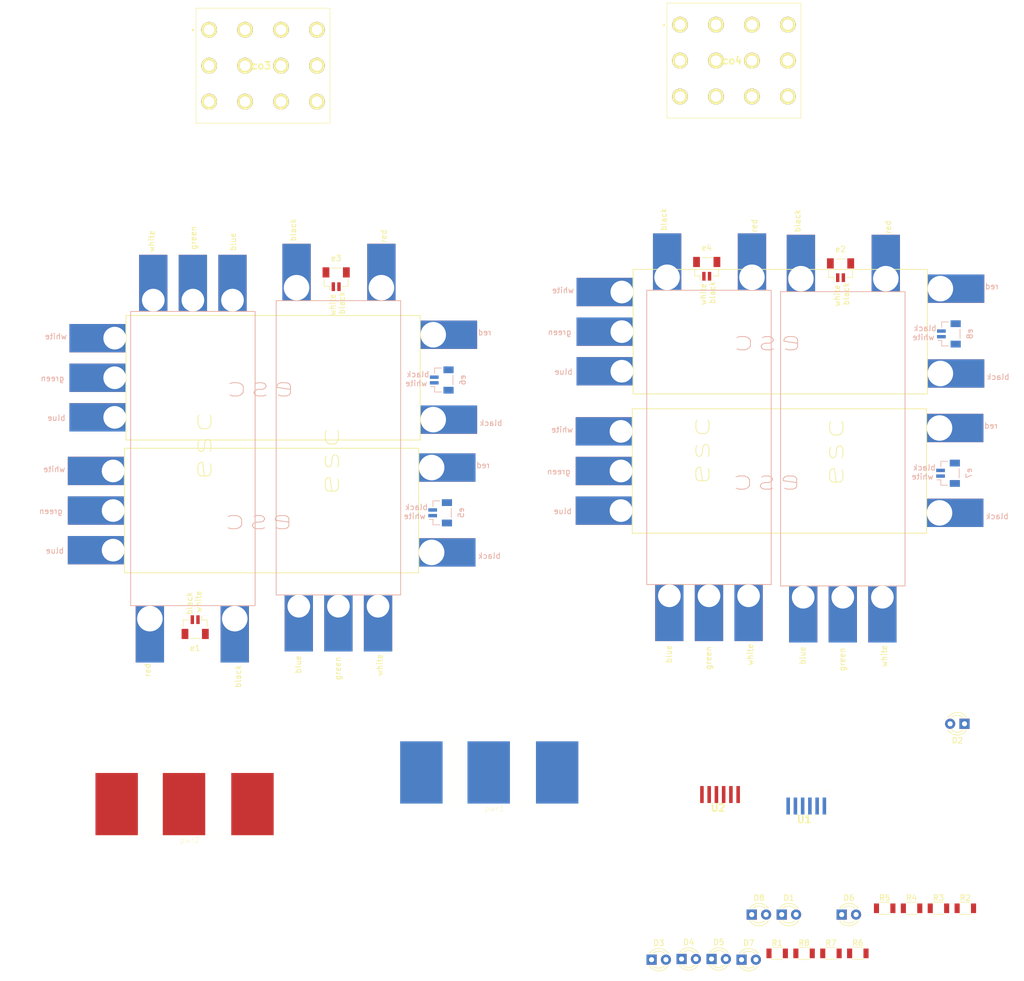
<source format=kicad_pcb>
(kicad_pcb (version 4) (host pcbnew 4.0.7)

  (general
    (links 84)
    (no_connects 84)
    (area 25.75 11.178095 258.35 190.53)
    (thickness 1.6)
    (drawings 0)
    (tracks 0)
    (zones 0)
    (modules 30)
    (nets 47)
  )

  (page A4)
  (layers
    (0 F.Cu signal)
    (31 B.Cu signal)
    (32 B.Adhes user)
    (33 F.Adhes user)
    (34 B.Paste user)
    (35 F.Paste user)
    (36 B.SilkS user)
    (37 F.SilkS user)
    (38 B.Mask user)
    (39 F.Mask user)
    (40 Dwgs.User user)
    (41 Cmts.User user)
    (42 Eco1.User user)
    (43 Eco2.User user)
    (44 Edge.Cuts user)
    (45 Margin user)
    (46 B.CrtYd user)
    (47 F.CrtYd user)
    (48 B.Fab user)
    (49 F.Fab user)
  )

  (setup
    (last_trace_width 0.25)
    (trace_clearance 0.2)
    (zone_clearance 0.508)
    (zone_45_only no)
    (trace_min 0.2)
    (segment_width 0.2)
    (edge_width 0.15)
    (via_size 0.6)
    (via_drill 0.4)
    (via_min_size 0.4)
    (via_min_drill 0.3)
    (uvia_size 0.3)
    (uvia_drill 0.1)
    (uvias_allowed no)
    (uvia_min_size 0.2)
    (uvia_min_drill 0.1)
    (pcb_text_width 0.3)
    (pcb_text_size 1.5 1.5)
    (mod_edge_width 0.15)
    (mod_text_size 1 1)
    (mod_text_width 0.15)
    (pad_size 1.524 1.524)
    (pad_drill 0.762)
    (pad_to_mask_clearance 0.2)
    (aux_axis_origin 0 0)
    (visible_elements 7FFFFFFF)
    (pcbplotparams
      (layerselection 0x00030_80000001)
      (usegerberextensions false)
      (excludeedgelayer true)
      (linewidth 0.100000)
      (plotframeref false)
      (viasonmask false)
      (mode 1)
      (useauxorigin false)
      (hpglpennumber 1)
      (hpglpenspeed 20)
      (hpglpendiameter 15)
      (hpglpenoverlay 2)
      (psnegative false)
      (psa4output false)
      (plotreference true)
      (plotvalue true)
      (plotinvisibletext false)
      (padsonsilk false)
      (subtractmaskfromsilk false)
      (outputformat 1)
      (mirror false)
      (drillshape 1)
      (scaleselection 1)
      (outputdirectory ""))
  )

  (net 0 "")
  (net 1 /b1)
  (net 2 /g1)
  (net 3 /w1)
  (net 4 /b2)
  (net 5 /g2)
  (net 6 /w2)
  (net 7 /b3)
  (net 8 /g3)
  (net 9 /w3)
  (net 10 /b4)
  (net 11 /g4)
  (net 12 /w4)
  (net 13 /b5)
  (net 14 /g5)
  (net 15 /w5)
  (net 16 /b6)
  (net 17 /g6)
  (net 18 /w6)
  (net 19 /b7)
  (net 20 /g7)
  (net 21 /w7)
  (net 22 /b8)
  (net 23 /g8)
  (net 24 /w8)
  (net 25 "Net-(D1-Pad1)")
  (net 26 /VCC)
  (net 27 "Net-(D2-Pad1)")
  (net 28 "Net-(D3-Pad1)")
  (net 29 "Net-(D4-Pad1)")
  (net 30 "Net-(D5-Pad1)")
  (net 31 "Net-(D6-Pad1)")
  (net 32 "Net-(D7-Pad1)")
  (net 33 "Net-(D8-Pad1)")
  (net 34 /spd1)
  (net 35 /ard_gnd)
  (net 36 /GND)
  (net 37 /spd2)
  (net 38 /spd3)
  (net 39 /spd4)
  (net 40 /spd5)
  (net 41 /spd6)
  (net 42 /spd7)
  (net 43 /spd8)
  (net 44 "Net-(U2-Pad3)")
  (net 45 "Net-(U2-Pad4)")
  (net 46 "Net-(U2-Pad5)")

  (net_class Default "This is the default net class."
    (clearance 0.2)
    (trace_width 0.25)
    (via_dia 0.6)
    (via_drill 0.4)
    (uvia_dia 0.3)
    (uvia_drill 0.1)
    (add_net /GND)
    (add_net /VCC)
    (add_net /ard_gnd)
    (add_net /b1)
    (add_net /b2)
    (add_net /b3)
    (add_net /b4)
    (add_net /b5)
    (add_net /b6)
    (add_net /b7)
    (add_net /b8)
    (add_net /g1)
    (add_net /g2)
    (add_net /g3)
    (add_net /g4)
    (add_net /g5)
    (add_net /g6)
    (add_net /g7)
    (add_net /g8)
    (add_net /spd1)
    (add_net /spd2)
    (add_net /spd3)
    (add_net /spd4)
    (add_net /spd5)
    (add_net /spd6)
    (add_net /spd7)
    (add_net /spd8)
    (add_net /w1)
    (add_net /w2)
    (add_net /w3)
    (add_net /w4)
    (add_net /w5)
    (add_net /w6)
    (add_net /w7)
    (add_net /w8)
    (add_net "Net-(D1-Pad1)")
    (add_net "Net-(D2-Pad1)")
    (add_net "Net-(D3-Pad1)")
    (add_net "Net-(D4-Pad1)")
    (add_net "Net-(D5-Pad1)")
    (add_net "Net-(D6-Pad1)")
    (add_net "Net-(D7-Pad1)")
    (add_net "Net-(D8-Pad1)")
    (add_net "Net-(U2-Pad3)")
    (add_net "Net-(U2-Pad4)")
    (add_net "Net-(U2-Pad5)")
  )

  (module "pcb Footprints:4_3connector" (layer F.Cu) (tedit 5C8365B7) (tstamp 5C911CE4)
    (at 109.88 22.15)
    (descr 10-84-4120-2)
    (tags Connector)
    (path /5C82B634)
    (fp_text reference co3 (at 9.192 6.35) (layer F.SilkS)
      (effects (font (size 1.27 1.27) (thickness 0.254)))
    )
    (fp_text value 12_pin_conn (at 9.192 6.35) (layer F.SilkS) hide
      (effects (font (size 1.27 1.27) (thickness 0.254)))
    )
    (fp_line (start -2.31 -3.81) (end 21.36 -3.81) (layer Dwgs.User) (width 0.2))
    (fp_line (start 21.36 -3.81) (end 21.36 16.51) (layer Dwgs.User) (width 0.2))
    (fp_line (start 21.36 16.51) (end -2.31 16.51) (layer Dwgs.User) (width 0.2))
    (fp_line (start -2.31 16.51) (end -2.31 -3.81) (layer Dwgs.User) (width 0.2))
    (fp_line (start -3.475 -4.31) (end 21.86 -4.31) (layer Dwgs.User) (width 0.1))
    (fp_line (start 21.86 -4.31) (end 21.86 17.01) (layer Dwgs.User) (width 0.1))
    (fp_line (start 21.86 17.01) (end -3.475 17.01) (layer Dwgs.User) (width 0.1))
    (fp_line (start -3.475 17.01) (end -3.475 -4.31) (layer Dwgs.User) (width 0.1))
    (fp_line (start -2.31 -3.81) (end 21.36 -3.81) (layer F.SilkS) (width 0.1))
    (fp_line (start 21.36 -3.81) (end 21.36 16.51) (layer F.SilkS) (width 0.1))
    (fp_line (start 21.36 16.51) (end -2.31 16.51) (layer F.SilkS) (width 0.1))
    (fp_line (start -2.31 16.51) (end -2.31 -3.81) (layer F.SilkS) (width 0.1))
    (fp_line (start -2.875 -0.05) (end -2.875 -0.05) (layer F.SilkS) (width 0.2))
    (fp_line (start -2.875 0.15) (end -2.875 0.15) (layer F.SilkS) (width 0.2))
    (fp_arc (start -2.875 0.05) (end -2.875 -0.05) (angle -180) (layer F.SilkS) (width 0.2))
    (fp_arc (start -2.875 0.05) (end -2.875 0.15) (angle -180) (layer F.SilkS) (width 0.2))
    (pad 1 thru_hole circle (at 0 0 90) (size 2.79 2.79) (drill 1.86) (layers *.Cu *.Mask F.SilkS)
      (net 1 /b1))
    (pad 2 thru_hole circle (at 0 6.35 90) (size 2.79 2.79) (drill 1.86) (layers *.Cu *.Mask F.SilkS)
      (net 2 /g1))
    (pad 3 thru_hole circle (at 0 12.7 90) (size 2.79 2.79) (drill 1.86) (layers *.Cu *.Mask F.SilkS)
      (net 3 /w1))
    (pad 4 thru_hole circle (at 6.35 0 90) (size 2.79 2.79) (drill 1.86) (layers *.Cu *.Mask F.SilkS)
      (net 4 /b2))
    (pad 5 thru_hole circle (at 6.35 6.35 90) (size 2.79 2.79) (drill 1.86) (layers *.Cu *.Mask F.SilkS)
      (net 5 /g2))
    (pad 6 thru_hole circle (at 6.35 12.7 90) (size 2.79 2.79) (drill 1.86) (layers *.Cu *.Mask F.SilkS)
      (net 6 /w2))
    (pad 7 thru_hole circle (at 12.7 0 90) (size 2.79 2.79) (drill 1.86) (layers *.Cu *.Mask F.SilkS)
      (net 7 /b3))
    (pad 8 thru_hole circle (at 12.7 6.35 90) (size 2.79 2.79) (drill 1.86) (layers *.Cu *.Mask F.SilkS)
      (net 8 /g3))
    (pad 9 thru_hole circle (at 12.7 12.7 90) (size 2.79 2.79) (drill 1.86) (layers *.Cu *.Mask F.SilkS)
      (net 9 /w3))
    (pad 10 thru_hole circle (at 19.05 0 90) (size 2.79 2.79) (drill 1.86) (layers *.Cu *.Mask F.SilkS)
      (net 10 /b4))
    (pad 11 thru_hole circle (at 19.05 6.35 90) (size 2.79 2.79) (drill 1.86) (layers *.Cu *.Mask F.SilkS)
      (net 11 /g4))
    (pad 12 thru_hole circle (at 19.05 12.7 90) (size 2.79 2.79) (drill 1.86) (layers *.Cu *.Mask F.SilkS)
      (net 12 /w4))
  )

  (module "pcb Footprints:4_3connector" (layer F.Cu) (tedit 5C8365B7) (tstamp 5C911CF4)
    (at 193.11 21.25)
    (descr 10-84-4120-2)
    (tags Connector)
    (path /5C82C907)
    (fp_text reference co4 (at 9.192 6.35) (layer F.SilkS)
      (effects (font (size 1.27 1.27) (thickness 0.254)))
    )
    (fp_text value 12_pin_conn (at 9.192 6.35) (layer F.SilkS) hide
      (effects (font (size 1.27 1.27) (thickness 0.254)))
    )
    (fp_line (start -2.31 -3.81) (end 21.36 -3.81) (layer Dwgs.User) (width 0.2))
    (fp_line (start 21.36 -3.81) (end 21.36 16.51) (layer Dwgs.User) (width 0.2))
    (fp_line (start 21.36 16.51) (end -2.31 16.51) (layer Dwgs.User) (width 0.2))
    (fp_line (start -2.31 16.51) (end -2.31 -3.81) (layer Dwgs.User) (width 0.2))
    (fp_line (start -3.475 -4.31) (end 21.86 -4.31) (layer Dwgs.User) (width 0.1))
    (fp_line (start 21.86 -4.31) (end 21.86 17.01) (layer Dwgs.User) (width 0.1))
    (fp_line (start 21.86 17.01) (end -3.475 17.01) (layer Dwgs.User) (width 0.1))
    (fp_line (start -3.475 17.01) (end -3.475 -4.31) (layer Dwgs.User) (width 0.1))
    (fp_line (start -2.31 -3.81) (end 21.36 -3.81) (layer F.SilkS) (width 0.1))
    (fp_line (start 21.36 -3.81) (end 21.36 16.51) (layer F.SilkS) (width 0.1))
    (fp_line (start 21.36 16.51) (end -2.31 16.51) (layer F.SilkS) (width 0.1))
    (fp_line (start -2.31 16.51) (end -2.31 -3.81) (layer F.SilkS) (width 0.1))
    (fp_line (start -2.875 -0.05) (end -2.875 -0.05) (layer F.SilkS) (width 0.2))
    (fp_line (start -2.875 0.15) (end -2.875 0.15) (layer F.SilkS) (width 0.2))
    (fp_arc (start -2.875 0.05) (end -2.875 -0.05) (angle -180) (layer F.SilkS) (width 0.2))
    (fp_arc (start -2.875 0.05) (end -2.875 0.15) (angle -180) (layer F.SilkS) (width 0.2))
    (pad 1 thru_hole circle (at 0 0 90) (size 2.79 2.79) (drill 1.86) (layers *.Cu *.Mask F.SilkS)
      (net 13 /b5))
    (pad 2 thru_hole circle (at 0 6.35 90) (size 2.79 2.79) (drill 1.86) (layers *.Cu *.Mask F.SilkS)
      (net 14 /g5))
    (pad 3 thru_hole circle (at 0 12.7 90) (size 2.79 2.79) (drill 1.86) (layers *.Cu *.Mask F.SilkS)
      (net 15 /w5))
    (pad 4 thru_hole circle (at 6.35 0 90) (size 2.79 2.79) (drill 1.86) (layers *.Cu *.Mask F.SilkS)
      (net 16 /b6))
    (pad 5 thru_hole circle (at 6.35 6.35 90) (size 2.79 2.79) (drill 1.86) (layers *.Cu *.Mask F.SilkS)
      (net 17 /g6))
    (pad 6 thru_hole circle (at 6.35 12.7 90) (size 2.79 2.79) (drill 1.86) (layers *.Cu *.Mask F.SilkS)
      (net 18 /w6))
    (pad 7 thru_hole circle (at 12.7 0 90) (size 2.79 2.79) (drill 1.86) (layers *.Cu *.Mask F.SilkS)
      (net 19 /b7))
    (pad 8 thru_hole circle (at 12.7 6.35 90) (size 2.79 2.79) (drill 1.86) (layers *.Cu *.Mask F.SilkS)
      (net 20 /g7))
    (pad 9 thru_hole circle (at 12.7 12.7 90) (size 2.79 2.79) (drill 1.86) (layers *.Cu *.Mask F.SilkS)
      (net 21 /w7))
    (pad 10 thru_hole circle (at 19.05 0 90) (size 2.79 2.79) (drill 1.86) (layers *.Cu *.Mask F.SilkS)
      (net 22 /b8))
    (pad 11 thru_hole circle (at 19.05 6.35 90) (size 2.79 2.79) (drill 1.86) (layers *.Cu *.Mask F.SilkS)
      (net 23 /g8))
    (pad 12 thru_hole circle (at 19.05 12.7 90) (size 2.79 2.79) (drill 1.86) (layers *.Cu *.Mask F.SilkS)
      (net 24 /w8))
  )

  (module LEDs:LED_D3.0mm (layer F.Cu) (tedit 587A3A7B) (tstamp 5C911CFA)
    (at 211.075001 178.525)
    (descr "LED, diameter 3.0mm, 2 pins")
    (tags "LED diameter 3.0mm 2 pins")
    (path /5C8230F1)
    (fp_text reference D1 (at 1.27 -2.96) (layer F.SilkS)
      (effects (font (size 1 1) (thickness 0.15)))
    )
    (fp_text value LED (at 1.27 2.96) (layer F.Fab)
      (effects (font (size 1 1) (thickness 0.15)))
    )
    (fp_arc (start 1.27 0) (end -0.23 -1.16619) (angle 284.3) (layer F.Fab) (width 0.1))
    (fp_arc (start 1.27 0) (end -0.29 -1.235516) (angle 108.8) (layer F.SilkS) (width 0.12))
    (fp_arc (start 1.27 0) (end -0.29 1.235516) (angle -108.8) (layer F.SilkS) (width 0.12))
    (fp_arc (start 1.27 0) (end 0.229039 -1.08) (angle 87.9) (layer F.SilkS) (width 0.12))
    (fp_arc (start 1.27 0) (end 0.229039 1.08) (angle -87.9) (layer F.SilkS) (width 0.12))
    (fp_circle (center 1.27 0) (end 2.77 0) (layer F.Fab) (width 0.1))
    (fp_line (start -0.23 -1.16619) (end -0.23 1.16619) (layer F.Fab) (width 0.1))
    (fp_line (start -0.29 -1.236) (end -0.29 -1.08) (layer F.SilkS) (width 0.12))
    (fp_line (start -0.29 1.08) (end -0.29 1.236) (layer F.SilkS) (width 0.12))
    (fp_line (start -1.15 -2.25) (end -1.15 2.25) (layer F.CrtYd) (width 0.05))
    (fp_line (start -1.15 2.25) (end 3.7 2.25) (layer F.CrtYd) (width 0.05))
    (fp_line (start 3.7 2.25) (end 3.7 -2.25) (layer F.CrtYd) (width 0.05))
    (fp_line (start 3.7 -2.25) (end -1.15 -2.25) (layer F.CrtYd) (width 0.05))
    (pad 1 thru_hole rect (at 0 0) (size 1.8 1.8) (drill 0.9) (layers *.Cu *.Mask)
      (net 25 "Net-(D1-Pad1)"))
    (pad 2 thru_hole circle (at 2.54 0) (size 1.8 1.8) (drill 0.9) (layers *.Cu *.Mask)
      (net 26 /VCC))
    (model ${KISYS3DMOD}/LEDs.3dshapes/LED_D3.0mm.wrl
      (at (xyz 0 0 0))
      (scale (xyz 0.393701 0.393701 0.393701))
      (rotate (xyz 0 0 0))
    )
  )

  (module LEDs:LED_D3.0mm (layer F.Cu) (tedit 587A3A7B) (tstamp 5C911D00)
    (at 243.38 144.81 180)
    (descr "LED, diameter 3.0mm, 2 pins")
    (tags "LED diameter 3.0mm 2 pins")
    (path /5C824FCD)
    (fp_text reference D2 (at 1.27 -2.96 180) (layer F.SilkS)
      (effects (font (size 1 1) (thickness 0.15)))
    )
    (fp_text value LED (at 1.27 2.96 180) (layer F.Fab)
      (effects (font (size 1 1) (thickness 0.15)))
    )
    (fp_arc (start 1.27 0) (end -0.23 -1.16619) (angle 284.3) (layer F.Fab) (width 0.1))
    (fp_arc (start 1.27 0) (end -0.29 -1.235516) (angle 108.8) (layer F.SilkS) (width 0.12))
    (fp_arc (start 1.27 0) (end -0.29 1.235516) (angle -108.8) (layer F.SilkS) (width 0.12))
    (fp_arc (start 1.27 0) (end 0.229039 -1.08) (angle 87.9) (layer F.SilkS) (width 0.12))
    (fp_arc (start 1.27 0) (end 0.229039 1.08) (angle -87.9) (layer F.SilkS) (width 0.12))
    (fp_circle (center 1.27 0) (end 2.77 0) (layer F.Fab) (width 0.1))
    (fp_line (start -0.23 -1.16619) (end -0.23 1.16619) (layer F.Fab) (width 0.1))
    (fp_line (start -0.29 -1.236) (end -0.29 -1.08) (layer F.SilkS) (width 0.12))
    (fp_line (start -0.29 1.08) (end -0.29 1.236) (layer F.SilkS) (width 0.12))
    (fp_line (start -1.15 -2.25) (end -1.15 2.25) (layer F.CrtYd) (width 0.05))
    (fp_line (start -1.15 2.25) (end 3.7 2.25) (layer F.CrtYd) (width 0.05))
    (fp_line (start 3.7 2.25) (end 3.7 -2.25) (layer F.CrtYd) (width 0.05))
    (fp_line (start 3.7 -2.25) (end -1.15 -2.25) (layer F.CrtYd) (width 0.05))
    (pad 1 thru_hole rect (at 0 0 180) (size 1.8 1.8) (drill 0.9) (layers *.Cu *.Mask)
      (net 27 "Net-(D2-Pad1)"))
    (pad 2 thru_hole circle (at 2.54 0 180) (size 1.8 1.8) (drill 0.9) (layers *.Cu *.Mask)
      (net 26 /VCC))
    (model ${KISYS3DMOD}/LEDs.3dshapes/LED_D3.0mm.wrl
      (at (xyz 0 0 0))
      (scale (xyz 0.393701 0.393701 0.393701))
      (rotate (xyz 0 0 0))
    )
  )

  (module LEDs:LED_D3.0mm (layer F.Cu) (tedit 587A3A7B) (tstamp 5C911D06)
    (at 188.075001 186.495)
    (descr "LED, diameter 3.0mm, 2 pins")
    (tags "LED diameter 3.0mm 2 pins")
    (path /5C8251CA)
    (fp_text reference D3 (at 1.27 -2.96) (layer F.SilkS)
      (effects (font (size 1 1) (thickness 0.15)))
    )
    (fp_text value LED (at 1.27 2.96) (layer F.Fab)
      (effects (font (size 1 1) (thickness 0.15)))
    )
    (fp_arc (start 1.27 0) (end -0.23 -1.16619) (angle 284.3) (layer F.Fab) (width 0.1))
    (fp_arc (start 1.27 0) (end -0.29 -1.235516) (angle 108.8) (layer F.SilkS) (width 0.12))
    (fp_arc (start 1.27 0) (end -0.29 1.235516) (angle -108.8) (layer F.SilkS) (width 0.12))
    (fp_arc (start 1.27 0) (end 0.229039 -1.08) (angle 87.9) (layer F.SilkS) (width 0.12))
    (fp_arc (start 1.27 0) (end 0.229039 1.08) (angle -87.9) (layer F.SilkS) (width 0.12))
    (fp_circle (center 1.27 0) (end 2.77 0) (layer F.Fab) (width 0.1))
    (fp_line (start -0.23 -1.16619) (end -0.23 1.16619) (layer F.Fab) (width 0.1))
    (fp_line (start -0.29 -1.236) (end -0.29 -1.08) (layer F.SilkS) (width 0.12))
    (fp_line (start -0.29 1.08) (end -0.29 1.236) (layer F.SilkS) (width 0.12))
    (fp_line (start -1.15 -2.25) (end -1.15 2.25) (layer F.CrtYd) (width 0.05))
    (fp_line (start -1.15 2.25) (end 3.7 2.25) (layer F.CrtYd) (width 0.05))
    (fp_line (start 3.7 2.25) (end 3.7 -2.25) (layer F.CrtYd) (width 0.05))
    (fp_line (start 3.7 -2.25) (end -1.15 -2.25) (layer F.CrtYd) (width 0.05))
    (pad 1 thru_hole rect (at 0 0) (size 1.8 1.8) (drill 0.9) (layers *.Cu *.Mask)
      (net 28 "Net-(D3-Pad1)"))
    (pad 2 thru_hole circle (at 2.54 0) (size 1.8 1.8) (drill 0.9) (layers *.Cu *.Mask)
      (net 26 /VCC))
    (model ${KISYS3DMOD}/LEDs.3dshapes/LED_D3.0mm.wrl
      (at (xyz 0 0 0))
      (scale (xyz 0.393701 0.393701 0.393701))
      (rotate (xyz 0 0 0))
    )
  )

  (module LEDs:LED_D3.0mm (layer F.Cu) (tedit 587A3A7B) (tstamp 5C911D0C)
    (at 193.375001 186.375)
    (descr "LED, diameter 3.0mm, 2 pins")
    (tags "LED diameter 3.0mm 2 pins")
    (path /5C8251F2)
    (fp_text reference D4 (at 1.27 -2.96) (layer F.SilkS)
      (effects (font (size 1 1) (thickness 0.15)))
    )
    (fp_text value LED (at 1.27 2.96) (layer F.Fab)
      (effects (font (size 1 1) (thickness 0.15)))
    )
    (fp_arc (start 1.27 0) (end -0.23 -1.16619) (angle 284.3) (layer F.Fab) (width 0.1))
    (fp_arc (start 1.27 0) (end -0.29 -1.235516) (angle 108.8) (layer F.SilkS) (width 0.12))
    (fp_arc (start 1.27 0) (end -0.29 1.235516) (angle -108.8) (layer F.SilkS) (width 0.12))
    (fp_arc (start 1.27 0) (end 0.229039 -1.08) (angle 87.9) (layer F.SilkS) (width 0.12))
    (fp_arc (start 1.27 0) (end 0.229039 1.08) (angle -87.9) (layer F.SilkS) (width 0.12))
    (fp_circle (center 1.27 0) (end 2.77 0) (layer F.Fab) (width 0.1))
    (fp_line (start -0.23 -1.16619) (end -0.23 1.16619) (layer F.Fab) (width 0.1))
    (fp_line (start -0.29 -1.236) (end -0.29 -1.08) (layer F.SilkS) (width 0.12))
    (fp_line (start -0.29 1.08) (end -0.29 1.236) (layer F.SilkS) (width 0.12))
    (fp_line (start -1.15 -2.25) (end -1.15 2.25) (layer F.CrtYd) (width 0.05))
    (fp_line (start -1.15 2.25) (end 3.7 2.25) (layer F.CrtYd) (width 0.05))
    (fp_line (start 3.7 2.25) (end 3.7 -2.25) (layer F.CrtYd) (width 0.05))
    (fp_line (start 3.7 -2.25) (end -1.15 -2.25) (layer F.CrtYd) (width 0.05))
    (pad 1 thru_hole rect (at 0 0) (size 1.8 1.8) (drill 0.9) (layers *.Cu *.Mask)
      (net 29 "Net-(D4-Pad1)"))
    (pad 2 thru_hole circle (at 2.54 0) (size 1.8 1.8) (drill 0.9) (layers *.Cu *.Mask)
      (net 26 /VCC))
    (model ${KISYS3DMOD}/LEDs.3dshapes/LED_D3.0mm.wrl
      (at (xyz 0 0 0))
      (scale (xyz 0.393701 0.393701 0.393701))
      (rotate (xyz 0 0 0))
    )
  )

  (module LEDs:LED_D3.0mm (layer F.Cu) (tedit 587A3A7B) (tstamp 5C911D12)
    (at 198.675001 186.375)
    (descr "LED, diameter 3.0mm, 2 pins")
    (tags "LED diameter 3.0mm 2 pins")
    (path /5C8253E0)
    (fp_text reference D5 (at 1.27 -2.96) (layer F.SilkS)
      (effects (font (size 1 1) (thickness 0.15)))
    )
    (fp_text value LED (at 1.27 2.96) (layer F.Fab)
      (effects (font (size 1 1) (thickness 0.15)))
    )
    (fp_arc (start 1.27 0) (end -0.23 -1.16619) (angle 284.3) (layer F.Fab) (width 0.1))
    (fp_arc (start 1.27 0) (end -0.29 -1.235516) (angle 108.8) (layer F.SilkS) (width 0.12))
    (fp_arc (start 1.27 0) (end -0.29 1.235516) (angle -108.8) (layer F.SilkS) (width 0.12))
    (fp_arc (start 1.27 0) (end 0.229039 -1.08) (angle 87.9) (layer F.SilkS) (width 0.12))
    (fp_arc (start 1.27 0) (end 0.229039 1.08) (angle -87.9) (layer F.SilkS) (width 0.12))
    (fp_circle (center 1.27 0) (end 2.77 0) (layer F.Fab) (width 0.1))
    (fp_line (start -0.23 -1.16619) (end -0.23 1.16619) (layer F.Fab) (width 0.1))
    (fp_line (start -0.29 -1.236) (end -0.29 -1.08) (layer F.SilkS) (width 0.12))
    (fp_line (start -0.29 1.08) (end -0.29 1.236) (layer F.SilkS) (width 0.12))
    (fp_line (start -1.15 -2.25) (end -1.15 2.25) (layer F.CrtYd) (width 0.05))
    (fp_line (start -1.15 2.25) (end 3.7 2.25) (layer F.CrtYd) (width 0.05))
    (fp_line (start 3.7 2.25) (end 3.7 -2.25) (layer F.CrtYd) (width 0.05))
    (fp_line (start 3.7 -2.25) (end -1.15 -2.25) (layer F.CrtYd) (width 0.05))
    (pad 1 thru_hole rect (at 0 0) (size 1.8 1.8) (drill 0.9) (layers *.Cu *.Mask)
      (net 30 "Net-(D5-Pad1)"))
    (pad 2 thru_hole circle (at 2.54 0) (size 1.8 1.8) (drill 0.9) (layers *.Cu *.Mask)
      (net 26 /VCC))
    (model ${KISYS3DMOD}/LEDs.3dshapes/LED_D3.0mm.wrl
      (at (xyz 0 0 0))
      (scale (xyz 0.393701 0.393701 0.393701))
      (rotate (xyz 0 0 0))
    )
  )

  (module LEDs:LED_D3.0mm (layer F.Cu) (tedit 587A3A7B) (tstamp 5C911D18)
    (at 221.675001 178.525)
    (descr "LED, diameter 3.0mm, 2 pins")
    (tags "LED diameter 3.0mm 2 pins")
    (path /5C825408)
    (fp_text reference D6 (at 1.27 -2.96) (layer F.SilkS)
      (effects (font (size 1 1) (thickness 0.15)))
    )
    (fp_text value LED (at 1.27 2.96) (layer F.Fab)
      (effects (font (size 1 1) (thickness 0.15)))
    )
    (fp_arc (start 1.27 0) (end -0.23 -1.16619) (angle 284.3) (layer F.Fab) (width 0.1))
    (fp_arc (start 1.27 0) (end -0.29 -1.235516) (angle 108.8) (layer F.SilkS) (width 0.12))
    (fp_arc (start 1.27 0) (end -0.29 1.235516) (angle -108.8) (layer F.SilkS) (width 0.12))
    (fp_arc (start 1.27 0) (end 0.229039 -1.08) (angle 87.9) (layer F.SilkS) (width 0.12))
    (fp_arc (start 1.27 0) (end 0.229039 1.08) (angle -87.9) (layer F.SilkS) (width 0.12))
    (fp_circle (center 1.27 0) (end 2.77 0) (layer F.Fab) (width 0.1))
    (fp_line (start -0.23 -1.16619) (end -0.23 1.16619) (layer F.Fab) (width 0.1))
    (fp_line (start -0.29 -1.236) (end -0.29 -1.08) (layer F.SilkS) (width 0.12))
    (fp_line (start -0.29 1.08) (end -0.29 1.236) (layer F.SilkS) (width 0.12))
    (fp_line (start -1.15 -2.25) (end -1.15 2.25) (layer F.CrtYd) (width 0.05))
    (fp_line (start -1.15 2.25) (end 3.7 2.25) (layer F.CrtYd) (width 0.05))
    (fp_line (start 3.7 2.25) (end 3.7 -2.25) (layer F.CrtYd) (width 0.05))
    (fp_line (start 3.7 -2.25) (end -1.15 -2.25) (layer F.CrtYd) (width 0.05))
    (pad 1 thru_hole rect (at 0 0) (size 1.8 1.8) (drill 0.9) (layers *.Cu *.Mask)
      (net 31 "Net-(D6-Pad1)"))
    (pad 2 thru_hole circle (at 2.54 0) (size 1.8 1.8) (drill 0.9) (layers *.Cu *.Mask)
      (net 26 /VCC))
    (model ${KISYS3DMOD}/LEDs.3dshapes/LED_D3.0mm.wrl
      (at (xyz 0 0 0))
      (scale (xyz 0.393701 0.393701 0.393701))
      (rotate (xyz 0 0 0))
    )
  )

  (module LEDs:LED_D3.0mm (layer F.Cu) (tedit 587A3A7B) (tstamp 5C911D1E)
    (at 203.975001 186.495)
    (descr "LED, diameter 3.0mm, 2 pins")
    (tags "LED diameter 3.0mm 2 pins")
    (path /5C825430)
    (fp_text reference D7 (at 1.27 -2.96) (layer F.SilkS)
      (effects (font (size 1 1) (thickness 0.15)))
    )
    (fp_text value LED (at 1.27 2.96) (layer F.Fab)
      (effects (font (size 1 1) (thickness 0.15)))
    )
    (fp_arc (start 1.27 0) (end -0.23 -1.16619) (angle 284.3) (layer F.Fab) (width 0.1))
    (fp_arc (start 1.27 0) (end -0.29 -1.235516) (angle 108.8) (layer F.SilkS) (width 0.12))
    (fp_arc (start 1.27 0) (end -0.29 1.235516) (angle -108.8) (layer F.SilkS) (width 0.12))
    (fp_arc (start 1.27 0) (end 0.229039 -1.08) (angle 87.9) (layer F.SilkS) (width 0.12))
    (fp_arc (start 1.27 0) (end 0.229039 1.08) (angle -87.9) (layer F.SilkS) (width 0.12))
    (fp_circle (center 1.27 0) (end 2.77 0) (layer F.Fab) (width 0.1))
    (fp_line (start -0.23 -1.16619) (end -0.23 1.16619) (layer F.Fab) (width 0.1))
    (fp_line (start -0.29 -1.236) (end -0.29 -1.08) (layer F.SilkS) (width 0.12))
    (fp_line (start -0.29 1.08) (end -0.29 1.236) (layer F.SilkS) (width 0.12))
    (fp_line (start -1.15 -2.25) (end -1.15 2.25) (layer F.CrtYd) (width 0.05))
    (fp_line (start -1.15 2.25) (end 3.7 2.25) (layer F.CrtYd) (width 0.05))
    (fp_line (start 3.7 2.25) (end 3.7 -2.25) (layer F.CrtYd) (width 0.05))
    (fp_line (start 3.7 -2.25) (end -1.15 -2.25) (layer F.CrtYd) (width 0.05))
    (pad 1 thru_hole rect (at 0 0) (size 1.8 1.8) (drill 0.9) (layers *.Cu *.Mask)
      (net 32 "Net-(D7-Pad1)"))
    (pad 2 thru_hole circle (at 2.54 0) (size 1.8 1.8) (drill 0.9) (layers *.Cu *.Mask)
      (net 26 /VCC))
    (model ${KISYS3DMOD}/LEDs.3dshapes/LED_D3.0mm.wrl
      (at (xyz 0 0 0))
      (scale (xyz 0.393701 0.393701 0.393701))
      (rotate (xyz 0 0 0))
    )
  )

  (module LEDs:LED_D3.0mm (layer F.Cu) (tedit 587A3A7B) (tstamp 5C911D24)
    (at 205.775001 178.525)
    (descr "LED, diameter 3.0mm, 2 pins")
    (tags "LED diameter 3.0mm 2 pins")
    (path /5C825458)
    (fp_text reference D8 (at 1.27 -2.96) (layer F.SilkS)
      (effects (font (size 1 1) (thickness 0.15)))
    )
    (fp_text value LED (at 1.27 2.96) (layer F.Fab)
      (effects (font (size 1 1) (thickness 0.15)))
    )
    (fp_arc (start 1.27 0) (end -0.23 -1.16619) (angle 284.3) (layer F.Fab) (width 0.1))
    (fp_arc (start 1.27 0) (end -0.29 -1.235516) (angle 108.8) (layer F.SilkS) (width 0.12))
    (fp_arc (start 1.27 0) (end -0.29 1.235516) (angle -108.8) (layer F.SilkS) (width 0.12))
    (fp_arc (start 1.27 0) (end 0.229039 -1.08) (angle 87.9) (layer F.SilkS) (width 0.12))
    (fp_arc (start 1.27 0) (end 0.229039 1.08) (angle -87.9) (layer F.SilkS) (width 0.12))
    (fp_circle (center 1.27 0) (end 2.77 0) (layer F.Fab) (width 0.1))
    (fp_line (start -0.23 -1.16619) (end -0.23 1.16619) (layer F.Fab) (width 0.1))
    (fp_line (start -0.29 -1.236) (end -0.29 -1.08) (layer F.SilkS) (width 0.12))
    (fp_line (start -0.29 1.08) (end -0.29 1.236) (layer F.SilkS) (width 0.12))
    (fp_line (start -1.15 -2.25) (end -1.15 2.25) (layer F.CrtYd) (width 0.05))
    (fp_line (start -1.15 2.25) (end 3.7 2.25) (layer F.CrtYd) (width 0.05))
    (fp_line (start 3.7 2.25) (end 3.7 -2.25) (layer F.CrtYd) (width 0.05))
    (fp_line (start 3.7 -2.25) (end -1.15 -2.25) (layer F.CrtYd) (width 0.05))
    (pad 1 thru_hole rect (at 0 0) (size 1.8 1.8) (drill 0.9) (layers *.Cu *.Mask)
      (net 33 "Net-(D8-Pad1)"))
    (pad 2 thru_hole circle (at 2.54 0) (size 1.8 1.8) (drill 0.9) (layers *.Cu *.Mask)
      (net 26 /VCC))
    (model ${KISYS3DMOD}/LEDs.3dshapes/LED_D3.0mm.wrl
      (at (xyz 0 0 0))
      (scale (xyz 0.393701 0.393701 0.393701))
      (rotate (xyz 0 0 0))
    )
  )

  (module "pcb Footprints:esc" (layer F.Cu) (tedit 5C8358AA) (tstamp 5C911D31)
    (at 118.01 71.93 180)
    (descr "Molex Pico-Clasp header, 02 contacts, 1.00mm pitch, http://www.molex.com/pdm_docs/sd/5013310207_sd.pdf")
    (tags "connector molex pico clasp 501331-0207")
    (path /5C821834)
    (attr smd)
    (fp_text reference e1 (at 10.6 -59.5 180) (layer F.SilkS)
      (effects (font (size 1 1) (thickness 0.15)))
    )
    (fp_text value esc (at 11.4 -67.7 270) (layer F.Fab)
      (effects (font (size 1 1) (thickness 0.15)))
    )
    (fp_text user black (at 3 -64.5 270) (layer F.SilkS)
      (effects (font (size 1 1) (thickness 0.15)))
    )
    (fp_text user red (at 19 -63.4 270) (layer F.SilkS)
      (effects (font (size 1 1) (thickness 0.15)))
    )
    (fp_text user white (at 18.3 12.4 270) (layer F.SilkS)
      (effects (font (size 1 1) (thickness 0.15)))
    )
    (fp_text user green (at 10.9 13 270) (layer F.SilkS)
      (effects (font (size 1 1) (thickness 0.15)))
    )
    (fp_text user blue (at 3.9 12.3 270) (layer F.SilkS)
      (effects (font (size 1 1) (thickness 0.15)))
    )
    (fp_text user black (at 11.6 -51.6 270) (layer F.SilkS)
      (effects (font (size 1 1) (thickness 0.15)))
    )
    (fp_text user white (at 10 -51.3 270) (layer F.SilkS)
      (effects (font (size 1 1) (thickness 0.15)))
    )
    (fp_text user esc (at 9.4 -23.7 270) (layer F.SilkS)
      (effects (font (size 3.5 5) (thickness 0.15)))
    )
    (fp_line (start 0 0) (end 0 -52) (layer B.SilkS) (width 0.15))
    (fp_line (start 0 -52) (end 22 -52) (layer B.SilkS) (width 0.15))
    (fp_line (start 22 -52) (end 22 0) (layer B.SilkS) (width 0.15))
    (fp_line (start 22 0) (end 0 0) (layer B.SilkS) (width 0.15))
    (fp_line (start 8.6 -54.65) (end 12.6 -54.65) (layer F.Fab) (width 0.1))
    (fp_line (start 12.6 -54.65) (end 12.6 -57.65) (layer F.Fab) (width 0.1))
    (fp_line (start 12.6 -57.65) (end 8.6 -57.65) (layer F.Fab) (width 0.1))
    (fp_line (start 8.6 -57.65) (end 8.6 -54.65) (layer F.Fab) (width 0.1))
    (fp_line (start 10.6 -54.65) (end 10.1 -55.65) (layer F.Fab) (width 0.1))
    (fp_line (start 10.1 -55.65) (end 9.6 -54.65) (layer F.Fab) (width 0.1))
    (fp_line (start 9.44 -53.85) (end 9.44 -54.53) (layer F.SilkS) (width 0.12))
    (fp_line (start 9.44 -54.53) (end 8.48 -54.53) (layer F.SilkS) (width 0.12))
    (fp_line (start 8.48 -54.53) (end 8.48 -55.74) (layer F.SilkS) (width 0.12))
    (fp_line (start 11.76 -54.53) (end 12.72 -54.53) (layer F.SilkS) (width 0.12))
    (fp_line (start 12.72 -54.53) (end 12.72 -55.74) (layer F.SilkS) (width 0.12))
    (fp_line (start 9.76 -57.77) (end 11.44 -57.77) (layer F.SilkS) (width 0.12))
    (fp_line (start 7.7 -53.2) (end 13.5 -53.2) (layer F.CrtYd) (width 0.05))
    (fp_line (start 13.5 -53.2) (end 13.5 -58.4) (layer F.CrtYd) (width 0.05))
    (fp_line (start 13.5 -58.4) (end 7.7 -58.4) (layer F.CrtYd) (width 0.05))
    (fp_line (start 7.7 -58.4) (end 7.7 -53.2) (layer F.CrtYd) (width 0.05))
    (fp_text user %R (at 10.8 -61.1 360) (layer F.Fab)
      (effects (font (size 1 1) (thickness 0.15)))
    )
    (pad 4 smd rect (at 10.1 -54.475 270) (size 1.55 0.6) (layers F.Cu F.Paste F.Mask)
      (net 34 /spd1))
    (pad 5 smd rect (at 11.1 -54.475 270) (size 1.55 0.6) (layers F.Cu F.Paste F.Mask)
      (net 35 /ard_gnd))
    (pad "" smd rect (at 8.8 -57 270) (size 1.8 1.2) (layers F.Cu F.Paste F.Mask))
    (pad "" smd rect (at 12.4 -57 270) (size 1.8 1.2) (layers F.Cu F.Paste F.Mask))
    (pad 1 thru_hole rect (at 4 2 180) (size 5 10) (drill 4 (offset 0 3)) (layers *.Cu *.Mask)
      (net 1 /b1))
    (pad 2 thru_hole rect (at 11 2 180) (size 5 10) (drill 4 (offset 0 3)) (layers *.Cu *.Mask)
      (net 2 /g1))
    (pad 3 thru_hole rect (at 18 2 180) (size 5 10) (drill 4 (offset 0 3)) (layers *.Cu F.Mask)
      (net 3 /w1))
    (pad 7 thru_hole rect (at 3.6 -54.3) (size 5 10) (drill 4.5 (offset 0 2.75)) (layers *.Cu *.Mask)
      (net 36 /GND))
    (pad 6 thru_hole rect (at 18.6 -54.3) (size 5 10) (drill 4.5 (offset 0 2.75)) (layers *.Cu *.Mask)
      (net 26 /VCC))
    (model ${KISYS3DMOD}/Connectors_Molex.3dshapes/Molex_PicoClasp_501331-0207_1x02_P1.0mm_Vertical.wrl
      (at (xyz 0 0 0))
      (scale (xyz 1 1 1))
      (rotate (xyz 0 0 0))
    )
  )

  (module "pcb Footprints:esc" (layer F.Cu) (tedit 5C8358AA) (tstamp 5C911D3E)
    (at 210.87 120.44)
    (descr "Molex Pico-Clasp header, 02 contacts, 1.00mm pitch, http://www.molex.com/pdm_docs/sd/5013310207_sd.pdf")
    (tags "connector molex pico clasp 501331-0207")
    (path /5C824FC1)
    (attr smd)
    (fp_text reference e2 (at 10.6 -59.5) (layer F.SilkS)
      (effects (font (size 1 1) (thickness 0.15)))
    )
    (fp_text value esc (at 11.4 -67.7 90) (layer F.Fab)
      (effects (font (size 1 1) (thickness 0.15)))
    )
    (fp_text user black (at 3 -64.5 90) (layer F.SilkS)
      (effects (font (size 1 1) (thickness 0.15)))
    )
    (fp_text user red (at 19 -63.4 90) (layer F.SilkS)
      (effects (font (size 1 1) (thickness 0.15)))
    )
    (fp_text user white (at 18.3 12.4 90) (layer F.SilkS)
      (effects (font (size 1 1) (thickness 0.15)))
    )
    (fp_text user green (at 10.9 13 90) (layer F.SilkS)
      (effects (font (size 1 1) (thickness 0.15)))
    )
    (fp_text user blue (at 3.9 12.3 90) (layer F.SilkS)
      (effects (font (size 1 1) (thickness 0.15)))
    )
    (fp_text user black (at 11.6 -51.6 90) (layer F.SilkS)
      (effects (font (size 1 1) (thickness 0.15)))
    )
    (fp_text user white (at 10 -51.3 90) (layer F.SilkS)
      (effects (font (size 1 1) (thickness 0.15)))
    )
    (fp_text user esc (at 9.4 -23.7 90) (layer F.SilkS)
      (effects (font (size 3.5 5) (thickness 0.15)))
    )
    (fp_line (start 0 0) (end 0 -52) (layer B.SilkS) (width 0.15))
    (fp_line (start 0 -52) (end 22 -52) (layer B.SilkS) (width 0.15))
    (fp_line (start 22 -52) (end 22 0) (layer B.SilkS) (width 0.15))
    (fp_line (start 22 0) (end 0 0) (layer B.SilkS) (width 0.15))
    (fp_line (start 8.6 -54.65) (end 12.6 -54.65) (layer F.Fab) (width 0.1))
    (fp_line (start 12.6 -54.65) (end 12.6 -57.65) (layer F.Fab) (width 0.1))
    (fp_line (start 12.6 -57.65) (end 8.6 -57.65) (layer F.Fab) (width 0.1))
    (fp_line (start 8.6 -57.65) (end 8.6 -54.65) (layer F.Fab) (width 0.1))
    (fp_line (start 10.6 -54.65) (end 10.1 -55.65) (layer F.Fab) (width 0.1))
    (fp_line (start 10.1 -55.65) (end 9.6 -54.65) (layer F.Fab) (width 0.1))
    (fp_line (start 9.44 -53.85) (end 9.44 -54.53) (layer F.SilkS) (width 0.12))
    (fp_line (start 9.44 -54.53) (end 8.48 -54.53) (layer F.SilkS) (width 0.12))
    (fp_line (start 8.48 -54.53) (end 8.48 -55.74) (layer F.SilkS) (width 0.12))
    (fp_line (start 11.76 -54.53) (end 12.72 -54.53) (layer F.SilkS) (width 0.12))
    (fp_line (start 12.72 -54.53) (end 12.72 -55.74) (layer F.SilkS) (width 0.12))
    (fp_line (start 9.76 -57.77) (end 11.44 -57.77) (layer F.SilkS) (width 0.12))
    (fp_line (start 7.7 -53.2) (end 13.5 -53.2) (layer F.CrtYd) (width 0.05))
    (fp_line (start 13.5 -53.2) (end 13.5 -58.4) (layer F.CrtYd) (width 0.05))
    (fp_line (start 13.5 -58.4) (end 7.7 -58.4) (layer F.CrtYd) (width 0.05))
    (fp_line (start 7.7 -58.4) (end 7.7 -53.2) (layer F.CrtYd) (width 0.05))
    (fp_text user %R (at 10.8 -61.1 180) (layer F.Fab)
      (effects (font (size 1 1) (thickness 0.15)))
    )
    (pad 4 smd rect (at 10.1 -54.475 90) (size 1.55 0.6) (layers F.Cu F.Paste F.Mask)
      (net 37 /spd2))
    (pad 5 smd rect (at 11.1 -54.475 90) (size 1.55 0.6) (layers F.Cu F.Paste F.Mask)
      (net 35 /ard_gnd))
    (pad "" smd rect (at 8.8 -57 90) (size 1.8 1.2) (layers F.Cu F.Paste F.Mask))
    (pad "" smd rect (at 12.4 -57 90) (size 1.8 1.2) (layers F.Cu F.Paste F.Mask))
    (pad 1 thru_hole rect (at 4 2) (size 5 10) (drill 4 (offset 0 3)) (layers *.Cu *.Mask)
      (net 4 /b2))
    (pad 2 thru_hole rect (at 11 2) (size 5 10) (drill 4 (offset 0 3)) (layers *.Cu *.Mask)
      (net 5 /g2))
    (pad 3 thru_hole rect (at 18 2) (size 5 10) (drill 4 (offset 0 3)) (layers *.Cu F.Mask)
      (net 6 /w2))
    (pad 7 thru_hole rect (at 3.6 -54.3 180) (size 5 10) (drill 4.5 (offset 0 2.75)) (layers *.Cu *.Mask)
      (net 36 /GND))
    (pad 6 thru_hole rect (at 18.6 -54.3 180) (size 5 10) (drill 4.5 (offset 0 2.75)) (layers *.Cu *.Mask)
      (net 26 /VCC))
    (model ${KISYS3DMOD}/Connectors_Molex.3dshapes/Molex_PicoClasp_501331-0207_1x02_P1.0mm_Vertical.wrl
      (at (xyz 0 0 0))
      (scale (xyz 1 1 1))
      (rotate (xyz 0 0 0))
    )
  )

  (module "pcb Footprints:esc" (layer F.Cu) (tedit 5C8358AA) (tstamp 5C911D4B)
    (at 121.73 122.03)
    (descr "Molex Pico-Clasp header, 02 contacts, 1.00mm pitch, http://www.molex.com/pdm_docs/sd/5013310207_sd.pdf")
    (tags "connector molex pico clasp 501331-0207")
    (path /5C8251BE)
    (attr smd)
    (fp_text reference e3 (at 10.6 -59.5) (layer F.SilkS)
      (effects (font (size 1 1) (thickness 0.15)))
    )
    (fp_text value esc (at 11.4 -67.7 90) (layer F.Fab)
      (effects (font (size 1 1) (thickness 0.15)))
    )
    (fp_text user black (at 3 -64.5 90) (layer F.SilkS)
      (effects (font (size 1 1) (thickness 0.15)))
    )
    (fp_text user red (at 19 -63.4 90) (layer F.SilkS)
      (effects (font (size 1 1) (thickness 0.15)))
    )
    (fp_text user white (at 18.3 12.4 90) (layer F.SilkS)
      (effects (font (size 1 1) (thickness 0.15)))
    )
    (fp_text user green (at 10.9 13 90) (layer F.SilkS)
      (effects (font (size 1 1) (thickness 0.15)))
    )
    (fp_text user blue (at 3.9 12.3 90) (layer F.SilkS)
      (effects (font (size 1 1) (thickness 0.15)))
    )
    (fp_text user black (at 11.6 -51.6 90) (layer F.SilkS)
      (effects (font (size 1 1) (thickness 0.15)))
    )
    (fp_text user white (at 10 -51.3 90) (layer F.SilkS)
      (effects (font (size 1 1) (thickness 0.15)))
    )
    (fp_text user esc (at 9.4 -23.7 90) (layer F.SilkS)
      (effects (font (size 3.5 5) (thickness 0.15)))
    )
    (fp_line (start 0 0) (end 0 -52) (layer B.SilkS) (width 0.15))
    (fp_line (start 0 -52) (end 22 -52) (layer B.SilkS) (width 0.15))
    (fp_line (start 22 -52) (end 22 0) (layer B.SilkS) (width 0.15))
    (fp_line (start 22 0) (end 0 0) (layer B.SilkS) (width 0.15))
    (fp_line (start 8.6 -54.65) (end 12.6 -54.65) (layer F.Fab) (width 0.1))
    (fp_line (start 12.6 -54.65) (end 12.6 -57.65) (layer F.Fab) (width 0.1))
    (fp_line (start 12.6 -57.65) (end 8.6 -57.65) (layer F.Fab) (width 0.1))
    (fp_line (start 8.6 -57.65) (end 8.6 -54.65) (layer F.Fab) (width 0.1))
    (fp_line (start 10.6 -54.65) (end 10.1 -55.65) (layer F.Fab) (width 0.1))
    (fp_line (start 10.1 -55.65) (end 9.6 -54.65) (layer F.Fab) (width 0.1))
    (fp_line (start 9.44 -53.85) (end 9.44 -54.53) (layer F.SilkS) (width 0.12))
    (fp_line (start 9.44 -54.53) (end 8.48 -54.53) (layer F.SilkS) (width 0.12))
    (fp_line (start 8.48 -54.53) (end 8.48 -55.74) (layer F.SilkS) (width 0.12))
    (fp_line (start 11.76 -54.53) (end 12.72 -54.53) (layer F.SilkS) (width 0.12))
    (fp_line (start 12.72 -54.53) (end 12.72 -55.74) (layer F.SilkS) (width 0.12))
    (fp_line (start 9.76 -57.77) (end 11.44 -57.77) (layer F.SilkS) (width 0.12))
    (fp_line (start 7.7 -53.2) (end 13.5 -53.2) (layer F.CrtYd) (width 0.05))
    (fp_line (start 13.5 -53.2) (end 13.5 -58.4) (layer F.CrtYd) (width 0.05))
    (fp_line (start 13.5 -58.4) (end 7.7 -58.4) (layer F.CrtYd) (width 0.05))
    (fp_line (start 7.7 -58.4) (end 7.7 -53.2) (layer F.CrtYd) (width 0.05))
    (fp_text user %R (at 10.8 -61.1 180) (layer F.Fab)
      (effects (font (size 1 1) (thickness 0.15)))
    )
    (pad 4 smd rect (at 10.1 -54.475 90) (size 1.55 0.6) (layers F.Cu F.Paste F.Mask)
      (net 38 /spd3))
    (pad 5 smd rect (at 11.1 -54.475 90) (size 1.55 0.6) (layers F.Cu F.Paste F.Mask)
      (net 35 /ard_gnd))
    (pad "" smd rect (at 8.8 -57 90) (size 1.8 1.2) (layers F.Cu F.Paste F.Mask))
    (pad "" smd rect (at 12.4 -57 90) (size 1.8 1.2) (layers F.Cu F.Paste F.Mask))
    (pad 1 thru_hole rect (at 4 2) (size 5 10) (drill 4 (offset 0 3)) (layers *.Cu *.Mask)
      (net 7 /b3))
    (pad 2 thru_hole rect (at 11 2) (size 5 10) (drill 4 (offset 0 3)) (layers *.Cu *.Mask)
      (net 8 /g3))
    (pad 3 thru_hole rect (at 18 2) (size 5 10) (drill 4 (offset 0 3)) (layers *.Cu F.Mask)
      (net 9 /w3))
    (pad 7 thru_hole rect (at 3.6 -54.3 180) (size 5 10) (drill 4.5 (offset 0 2.75)) (layers *.Cu *.Mask)
      (net 36 /GND))
    (pad 6 thru_hole rect (at 18.6 -54.3 180) (size 5 10) (drill 4.5 (offset 0 2.75)) (layers *.Cu *.Mask)
      (net 26 /VCC))
    (model ${KISYS3DMOD}/Connectors_Molex.3dshapes/Molex_PicoClasp_501331-0207_1x02_P1.0mm_Vertical.wrl
      (at (xyz 0 0 0))
      (scale (xyz 1 1 1))
      (rotate (xyz 0 0 0))
    )
  )

  (module "pcb Footprints:esc" (layer F.Cu) (tedit 5C8358AA) (tstamp 5C911D58)
    (at 187.22 120.19)
    (descr "Molex Pico-Clasp header, 02 contacts, 1.00mm pitch, http://www.molex.com/pdm_docs/sd/5013310207_sd.pdf")
    (tags "connector molex pico clasp 501331-0207")
    (path /5C8251E6)
    (attr smd)
    (fp_text reference e4 (at 10.6 -59.5) (layer F.SilkS)
      (effects (font (size 1 1) (thickness 0.15)))
    )
    (fp_text value esc (at 11.4 -67.7 90) (layer F.Fab)
      (effects (font (size 1 1) (thickness 0.15)))
    )
    (fp_text user black (at 3 -64.5 90) (layer F.SilkS)
      (effects (font (size 1 1) (thickness 0.15)))
    )
    (fp_text user red (at 19 -63.4 90) (layer F.SilkS)
      (effects (font (size 1 1) (thickness 0.15)))
    )
    (fp_text user white (at 18.3 12.4 90) (layer F.SilkS)
      (effects (font (size 1 1) (thickness 0.15)))
    )
    (fp_text user green (at 10.9 13 90) (layer F.SilkS)
      (effects (font (size 1 1) (thickness 0.15)))
    )
    (fp_text user blue (at 3.9 12.3 90) (layer F.SilkS)
      (effects (font (size 1 1) (thickness 0.15)))
    )
    (fp_text user black (at 11.6 -51.6 90) (layer F.SilkS)
      (effects (font (size 1 1) (thickness 0.15)))
    )
    (fp_text user white (at 10 -51.3 90) (layer F.SilkS)
      (effects (font (size 1 1) (thickness 0.15)))
    )
    (fp_text user esc (at 9.4 -23.7 90) (layer F.SilkS)
      (effects (font (size 3.5 5) (thickness 0.15)))
    )
    (fp_line (start 0 0) (end 0 -52) (layer B.SilkS) (width 0.15))
    (fp_line (start 0 -52) (end 22 -52) (layer B.SilkS) (width 0.15))
    (fp_line (start 22 -52) (end 22 0) (layer B.SilkS) (width 0.15))
    (fp_line (start 22 0) (end 0 0) (layer B.SilkS) (width 0.15))
    (fp_line (start 8.6 -54.65) (end 12.6 -54.65) (layer F.Fab) (width 0.1))
    (fp_line (start 12.6 -54.65) (end 12.6 -57.65) (layer F.Fab) (width 0.1))
    (fp_line (start 12.6 -57.65) (end 8.6 -57.65) (layer F.Fab) (width 0.1))
    (fp_line (start 8.6 -57.65) (end 8.6 -54.65) (layer F.Fab) (width 0.1))
    (fp_line (start 10.6 -54.65) (end 10.1 -55.65) (layer F.Fab) (width 0.1))
    (fp_line (start 10.1 -55.65) (end 9.6 -54.65) (layer F.Fab) (width 0.1))
    (fp_line (start 9.44 -53.85) (end 9.44 -54.53) (layer F.SilkS) (width 0.12))
    (fp_line (start 9.44 -54.53) (end 8.48 -54.53) (layer F.SilkS) (width 0.12))
    (fp_line (start 8.48 -54.53) (end 8.48 -55.74) (layer F.SilkS) (width 0.12))
    (fp_line (start 11.76 -54.53) (end 12.72 -54.53) (layer F.SilkS) (width 0.12))
    (fp_line (start 12.72 -54.53) (end 12.72 -55.74) (layer F.SilkS) (width 0.12))
    (fp_line (start 9.76 -57.77) (end 11.44 -57.77) (layer F.SilkS) (width 0.12))
    (fp_line (start 7.7 -53.2) (end 13.5 -53.2) (layer F.CrtYd) (width 0.05))
    (fp_line (start 13.5 -53.2) (end 13.5 -58.4) (layer F.CrtYd) (width 0.05))
    (fp_line (start 13.5 -58.4) (end 7.7 -58.4) (layer F.CrtYd) (width 0.05))
    (fp_line (start 7.7 -58.4) (end 7.7 -53.2) (layer F.CrtYd) (width 0.05))
    (fp_text user %R (at 10.8 -61.1 180) (layer F.Fab)
      (effects (font (size 1 1) (thickness 0.15)))
    )
    (pad 4 smd rect (at 10.1 -54.475 90) (size 1.55 0.6) (layers F.Cu F.Paste F.Mask)
      (net 39 /spd4))
    (pad 5 smd rect (at 11.1 -54.475 90) (size 1.55 0.6) (layers F.Cu F.Paste F.Mask)
      (net 35 /ard_gnd))
    (pad "" smd rect (at 8.8 -57 90) (size 1.8 1.2) (layers F.Cu F.Paste F.Mask))
    (pad "" smd rect (at 12.4 -57 90) (size 1.8 1.2) (layers F.Cu F.Paste F.Mask))
    (pad 1 thru_hole rect (at 4 2) (size 5 10) (drill 4 (offset 0 3)) (layers *.Cu *.Mask)
      (net 10 /b4))
    (pad 2 thru_hole rect (at 11 2) (size 5 10) (drill 4 (offset 0 3)) (layers *.Cu *.Mask)
      (net 11 /g4))
    (pad 3 thru_hole rect (at 18 2) (size 5 10) (drill 4 (offset 0 3)) (layers *.Cu F.Mask)
      (net 12 /w4))
    (pad 7 thru_hole rect (at 3.6 -54.3 180) (size 5 10) (drill 4.5 (offset 0 2.75)) (layers *.Cu *.Mask)
      (net 36 /GND))
    (pad 6 thru_hole rect (at 18.6 -54.3 180) (size 5 10) (drill 4.5 (offset 0 2.75)) (layers *.Cu *.Mask)
      (net 26 /VCC))
    (model ${KISYS3DMOD}/Connectors_Molex.3dshapes/Molex_PicoClasp_501331-0207_1x02_P1.0mm_Vertical.wrl
      (at (xyz 0 0 0))
      (scale (xyz 1 1 1))
      (rotate (xyz 0 0 0))
    )
  )

  (module "pcb Footprints:esc" (layer B.Cu) (tedit 5C8358AA) (tstamp 5C911D65)
    (at 94.91 118.12 90)
    (descr "Molex Pico-Clasp header, 02 contacts, 1.00mm pitch, http://www.molex.com/pdm_docs/sd/5013310207_sd.pdf")
    (tags "connector molex pico clasp 501331-0207")
    (path /5C8253D4)
    (attr smd)
    (fp_text reference e5 (at 10.6 59.5 90) (layer B.SilkS)
      (effects (font (size 1 1) (thickness 0.15)) (justify mirror))
    )
    (fp_text value esc (at 11.4 67.7 360) (layer B.Fab)
      (effects (font (size 1 1) (thickness 0.15)) (justify mirror))
    )
    (fp_text user black (at 3 64.5 360) (layer B.SilkS)
      (effects (font (size 1 1) (thickness 0.15)) (justify mirror))
    )
    (fp_text user red (at 19 63.4 360) (layer B.SilkS)
      (effects (font (size 1 1) (thickness 0.15)) (justify mirror))
    )
    (fp_text user white (at 18.3 -12.4 360) (layer B.SilkS)
      (effects (font (size 1 1) (thickness 0.15)) (justify mirror))
    )
    (fp_text user green (at 10.9 -13 360) (layer B.SilkS)
      (effects (font (size 1 1) (thickness 0.15)) (justify mirror))
    )
    (fp_text user blue (at 3.9 -12.3 360) (layer B.SilkS)
      (effects (font (size 1 1) (thickness 0.15)) (justify mirror))
    )
    (fp_text user black (at 11.6 51.6 360) (layer B.SilkS)
      (effects (font (size 1 1) (thickness 0.15)) (justify mirror))
    )
    (fp_text user white (at 10 51.3 360) (layer B.SilkS)
      (effects (font (size 1 1) (thickness 0.15)) (justify mirror))
    )
    (fp_text user esc (at 9.4 23.7 360) (layer B.SilkS)
      (effects (font (size 3.5 5) (thickness 0.15)) (justify mirror))
    )
    (fp_line (start 0 0) (end 0 52) (layer F.SilkS) (width 0.15))
    (fp_line (start 0 52) (end 22 52) (layer F.SilkS) (width 0.15))
    (fp_line (start 22 52) (end 22 0) (layer F.SilkS) (width 0.15))
    (fp_line (start 22 0) (end 0 0) (layer F.SilkS) (width 0.15))
    (fp_line (start 8.6 54.65) (end 12.6 54.65) (layer B.Fab) (width 0.1))
    (fp_line (start 12.6 54.65) (end 12.6 57.65) (layer B.Fab) (width 0.1))
    (fp_line (start 12.6 57.65) (end 8.6 57.65) (layer B.Fab) (width 0.1))
    (fp_line (start 8.6 57.65) (end 8.6 54.65) (layer B.Fab) (width 0.1))
    (fp_line (start 10.6 54.65) (end 10.1 55.65) (layer B.Fab) (width 0.1))
    (fp_line (start 10.1 55.65) (end 9.6 54.65) (layer B.Fab) (width 0.1))
    (fp_line (start 9.44 53.85) (end 9.44 54.53) (layer B.SilkS) (width 0.12))
    (fp_line (start 9.44 54.53) (end 8.48 54.53) (layer B.SilkS) (width 0.12))
    (fp_line (start 8.48 54.53) (end 8.48 55.74) (layer B.SilkS) (width 0.12))
    (fp_line (start 11.76 54.53) (end 12.72 54.53) (layer B.SilkS) (width 0.12))
    (fp_line (start 12.72 54.53) (end 12.72 55.74) (layer B.SilkS) (width 0.12))
    (fp_line (start 9.76 57.77) (end 11.44 57.77) (layer B.SilkS) (width 0.12))
    (fp_line (start 7.7 53.2) (end 13.5 53.2) (layer B.CrtYd) (width 0.05))
    (fp_line (start 13.5 53.2) (end 13.5 58.4) (layer B.CrtYd) (width 0.05))
    (fp_line (start 13.5 58.4) (end 7.7 58.4) (layer B.CrtYd) (width 0.05))
    (fp_line (start 7.7 58.4) (end 7.7 53.2) (layer B.CrtYd) (width 0.05))
    (fp_text user %R (at 10.8 61.1 270) (layer B.Fab)
      (effects (font (size 1 1) (thickness 0.15)) (justify mirror))
    )
    (pad 4 smd rect (at 10.1 54.475) (size 1.55 0.6) (layers B.Cu B.Paste B.Mask)
      (net 40 /spd5))
    (pad 5 smd rect (at 11.1 54.475) (size 1.55 0.6) (layers B.Cu B.Paste B.Mask)
      (net 35 /ard_gnd))
    (pad "" smd rect (at 8.8 57) (size 1.8 1.2) (layers B.Cu B.Paste B.Mask))
    (pad "" smd rect (at 12.4 57) (size 1.8 1.2) (layers B.Cu B.Paste B.Mask))
    (pad 1 thru_hole rect (at 4 -2 90) (size 5 10) (drill 4 (offset 0 -3)) (layers *.Cu *.Mask)
      (net 13 /b5))
    (pad 2 thru_hole rect (at 11 -2 90) (size 5 10) (drill 4 (offset 0 -3)) (layers *.Cu *.Mask)
      (net 14 /g5))
    (pad 3 thru_hole rect (at 18 -2 90) (size 5 10) (drill 4 (offset 0 -3)) (layers *.Cu B.Mask)
      (net 15 /w5))
    (pad 7 thru_hole rect (at 3.6 54.3 270) (size 5 10) (drill 4.5 (offset 0 -2.75)) (layers *.Cu *.Mask)
      (net 36 /GND))
    (pad 6 thru_hole rect (at 18.6 54.3 270) (size 5 10) (drill 4.5 (offset 0 -2.75)) (layers *.Cu *.Mask)
      (net 26 /VCC))
    (model ${KISYS3DMOD}/Connectors_Molex.3dshapes/Molex_PicoClasp_501331-0207_1x02_P1.0mm_Vertical.wrl
      (at (xyz 0 0 0))
      (scale (xyz 1 1 1))
      (rotate (xyz 0 0 0))
    )
  )

  (module "pcb Footprints:esc" (layer B.Cu) (tedit 5C8358AA) (tstamp 5C911D72)
    (at 95.19 94.65 90)
    (descr "Molex Pico-Clasp header, 02 contacts, 1.00mm pitch, http://www.molex.com/pdm_docs/sd/5013310207_sd.pdf")
    (tags "connector molex pico clasp 501331-0207")
    (path /5C8253FC)
    (attr smd)
    (fp_text reference e6 (at 10.6 59.5 90) (layer B.SilkS)
      (effects (font (size 1 1) (thickness 0.15)) (justify mirror))
    )
    (fp_text value esc (at 11.4 67.7 360) (layer B.Fab)
      (effects (font (size 1 1) (thickness 0.15)) (justify mirror))
    )
    (fp_text user black (at 3 64.5 360) (layer B.SilkS)
      (effects (font (size 1 1) (thickness 0.15)) (justify mirror))
    )
    (fp_text user red (at 19 63.4 360) (layer B.SilkS)
      (effects (font (size 1 1) (thickness 0.15)) (justify mirror))
    )
    (fp_text user white (at 18.3 -12.4 360) (layer B.SilkS)
      (effects (font (size 1 1) (thickness 0.15)) (justify mirror))
    )
    (fp_text user green (at 10.9 -13 360) (layer B.SilkS)
      (effects (font (size 1 1) (thickness 0.15)) (justify mirror))
    )
    (fp_text user blue (at 3.9 -12.3 360) (layer B.SilkS)
      (effects (font (size 1 1) (thickness 0.15)) (justify mirror))
    )
    (fp_text user black (at 11.6 51.6 360) (layer B.SilkS)
      (effects (font (size 1 1) (thickness 0.15)) (justify mirror))
    )
    (fp_text user white (at 10 51.3 360) (layer B.SilkS)
      (effects (font (size 1 1) (thickness 0.15)) (justify mirror))
    )
    (fp_text user esc (at 9.4 23.7 360) (layer B.SilkS)
      (effects (font (size 3.5 5) (thickness 0.15)) (justify mirror))
    )
    (fp_line (start 0 0) (end 0 52) (layer F.SilkS) (width 0.15))
    (fp_line (start 0 52) (end 22 52) (layer F.SilkS) (width 0.15))
    (fp_line (start 22 52) (end 22 0) (layer F.SilkS) (width 0.15))
    (fp_line (start 22 0) (end 0 0) (layer F.SilkS) (width 0.15))
    (fp_line (start 8.6 54.65) (end 12.6 54.65) (layer B.Fab) (width 0.1))
    (fp_line (start 12.6 54.65) (end 12.6 57.65) (layer B.Fab) (width 0.1))
    (fp_line (start 12.6 57.65) (end 8.6 57.65) (layer B.Fab) (width 0.1))
    (fp_line (start 8.6 57.65) (end 8.6 54.65) (layer B.Fab) (width 0.1))
    (fp_line (start 10.6 54.65) (end 10.1 55.65) (layer B.Fab) (width 0.1))
    (fp_line (start 10.1 55.65) (end 9.6 54.65) (layer B.Fab) (width 0.1))
    (fp_line (start 9.44 53.85) (end 9.44 54.53) (layer B.SilkS) (width 0.12))
    (fp_line (start 9.44 54.53) (end 8.48 54.53) (layer B.SilkS) (width 0.12))
    (fp_line (start 8.48 54.53) (end 8.48 55.74) (layer B.SilkS) (width 0.12))
    (fp_line (start 11.76 54.53) (end 12.72 54.53) (layer B.SilkS) (width 0.12))
    (fp_line (start 12.72 54.53) (end 12.72 55.74) (layer B.SilkS) (width 0.12))
    (fp_line (start 9.76 57.77) (end 11.44 57.77) (layer B.SilkS) (width 0.12))
    (fp_line (start 7.7 53.2) (end 13.5 53.2) (layer B.CrtYd) (width 0.05))
    (fp_line (start 13.5 53.2) (end 13.5 58.4) (layer B.CrtYd) (width 0.05))
    (fp_line (start 13.5 58.4) (end 7.7 58.4) (layer B.CrtYd) (width 0.05))
    (fp_line (start 7.7 58.4) (end 7.7 53.2) (layer B.CrtYd) (width 0.05))
    (fp_text user %R (at 10.8 61.1 270) (layer B.Fab)
      (effects (font (size 1 1) (thickness 0.15)) (justify mirror))
    )
    (pad 4 smd rect (at 10.1 54.475) (size 1.55 0.6) (layers B.Cu B.Paste B.Mask)
      (net 41 /spd6))
    (pad 5 smd rect (at 11.1 54.475) (size 1.55 0.6) (layers B.Cu B.Paste B.Mask)
      (net 35 /ard_gnd))
    (pad "" smd rect (at 8.8 57) (size 1.8 1.2) (layers B.Cu B.Paste B.Mask))
    (pad "" smd rect (at 12.4 57) (size 1.8 1.2) (layers B.Cu B.Paste B.Mask))
    (pad 1 thru_hole rect (at 4 -2 90) (size 5 10) (drill 4 (offset 0 -3)) (layers *.Cu *.Mask)
      (net 16 /b6))
    (pad 2 thru_hole rect (at 11 -2 90) (size 5 10) (drill 4 (offset 0 -3)) (layers *.Cu *.Mask)
      (net 17 /g6))
    (pad 3 thru_hole rect (at 18 -2 90) (size 5 10) (drill 4 (offset 0 -3)) (layers *.Cu B.Mask)
      (net 18 /w6))
    (pad 7 thru_hole rect (at 3.6 54.3 270) (size 5 10) (drill 4.5 (offset 0 -2.75)) (layers *.Cu *.Mask)
      (net 36 /GND))
    (pad 6 thru_hole rect (at 18.6 54.3 270) (size 5 10) (drill 4.5 (offset 0 -2.75)) (layers *.Cu *.Mask)
      (net 26 /VCC))
    (model ${KISYS3DMOD}/Connectors_Molex.3dshapes/Molex_PicoClasp_501331-0207_1x02_P1.0mm_Vertical.wrl
      (at (xyz 0 0 0))
      (scale (xyz 1 1 1))
      (rotate (xyz 0 0 0))
    )
  )

  (module "pcb Footprints:esc" (layer B.Cu) (tedit 5C8358AA) (tstamp 5C911D7F)
    (at 184.67 111.13 90)
    (descr "Molex Pico-Clasp header, 02 contacts, 1.00mm pitch, http://www.molex.com/pdm_docs/sd/5013310207_sd.pdf")
    (tags "connector molex pico clasp 501331-0207")
    (path /5C825424)
    (attr smd)
    (fp_text reference e7 (at 10.6 59.5 90) (layer B.SilkS)
      (effects (font (size 1 1) (thickness 0.15)) (justify mirror))
    )
    (fp_text value esc (at 11.4 67.7 360) (layer B.Fab)
      (effects (font (size 1 1) (thickness 0.15)) (justify mirror))
    )
    (fp_text user black (at 3 64.5 360) (layer B.SilkS)
      (effects (font (size 1 1) (thickness 0.15)) (justify mirror))
    )
    (fp_text user red (at 19 63.4 360) (layer B.SilkS)
      (effects (font (size 1 1) (thickness 0.15)) (justify mirror))
    )
    (fp_text user white (at 18.3 -12.4 360) (layer B.SilkS)
      (effects (font (size 1 1) (thickness 0.15)) (justify mirror))
    )
    (fp_text user green (at 10.9 -13 360) (layer B.SilkS)
      (effects (font (size 1 1) (thickness 0.15)) (justify mirror))
    )
    (fp_text user blue (at 3.9 -12.3 360) (layer B.SilkS)
      (effects (font (size 1 1) (thickness 0.15)) (justify mirror))
    )
    (fp_text user black (at 11.6 51.6 360) (layer B.SilkS)
      (effects (font (size 1 1) (thickness 0.15)) (justify mirror))
    )
    (fp_text user white (at 10 51.3 360) (layer B.SilkS)
      (effects (font (size 1 1) (thickness 0.15)) (justify mirror))
    )
    (fp_text user esc (at 9.4 23.7 360) (layer B.SilkS)
      (effects (font (size 3.5 5) (thickness 0.15)) (justify mirror))
    )
    (fp_line (start 0 0) (end 0 52) (layer F.SilkS) (width 0.15))
    (fp_line (start 0 52) (end 22 52) (layer F.SilkS) (width 0.15))
    (fp_line (start 22 52) (end 22 0) (layer F.SilkS) (width 0.15))
    (fp_line (start 22 0) (end 0 0) (layer F.SilkS) (width 0.15))
    (fp_line (start 8.6 54.65) (end 12.6 54.65) (layer B.Fab) (width 0.1))
    (fp_line (start 12.6 54.65) (end 12.6 57.65) (layer B.Fab) (width 0.1))
    (fp_line (start 12.6 57.65) (end 8.6 57.65) (layer B.Fab) (width 0.1))
    (fp_line (start 8.6 57.65) (end 8.6 54.65) (layer B.Fab) (width 0.1))
    (fp_line (start 10.6 54.65) (end 10.1 55.65) (layer B.Fab) (width 0.1))
    (fp_line (start 10.1 55.65) (end 9.6 54.65) (layer B.Fab) (width 0.1))
    (fp_line (start 9.44 53.85) (end 9.44 54.53) (layer B.SilkS) (width 0.12))
    (fp_line (start 9.44 54.53) (end 8.48 54.53) (layer B.SilkS) (width 0.12))
    (fp_line (start 8.48 54.53) (end 8.48 55.74) (layer B.SilkS) (width 0.12))
    (fp_line (start 11.76 54.53) (end 12.72 54.53) (layer B.SilkS) (width 0.12))
    (fp_line (start 12.72 54.53) (end 12.72 55.74) (layer B.SilkS) (width 0.12))
    (fp_line (start 9.76 57.77) (end 11.44 57.77) (layer B.SilkS) (width 0.12))
    (fp_line (start 7.7 53.2) (end 13.5 53.2) (layer B.CrtYd) (width 0.05))
    (fp_line (start 13.5 53.2) (end 13.5 58.4) (layer B.CrtYd) (width 0.05))
    (fp_line (start 13.5 58.4) (end 7.7 58.4) (layer B.CrtYd) (width 0.05))
    (fp_line (start 7.7 58.4) (end 7.7 53.2) (layer B.CrtYd) (width 0.05))
    (fp_text user %R (at 10.8 61.1 270) (layer B.Fab)
      (effects (font (size 1 1) (thickness 0.15)) (justify mirror))
    )
    (pad 4 smd rect (at 10.1 54.475) (size 1.55 0.6) (layers B.Cu B.Paste B.Mask)
      (net 42 /spd7))
    (pad 5 smd rect (at 11.1 54.475) (size 1.55 0.6) (layers B.Cu B.Paste B.Mask)
      (net 35 /ard_gnd))
    (pad "" smd rect (at 8.8 57) (size 1.8 1.2) (layers B.Cu B.Paste B.Mask))
    (pad "" smd rect (at 12.4 57) (size 1.8 1.2) (layers B.Cu B.Paste B.Mask))
    (pad 1 thru_hole rect (at 4 -2 90) (size 5 10) (drill 4 (offset 0 -3)) (layers *.Cu *.Mask)
      (net 19 /b7))
    (pad 2 thru_hole rect (at 11 -2 90) (size 5 10) (drill 4 (offset 0 -3)) (layers *.Cu *.Mask)
      (net 20 /g7))
    (pad 3 thru_hole rect (at 18 -2 90) (size 5 10) (drill 4 (offset 0 -3)) (layers *.Cu B.Mask)
      (net 21 /w7))
    (pad 7 thru_hole rect (at 3.6 54.3 270) (size 5 10) (drill 4.5 (offset 0 -2.75)) (layers *.Cu *.Mask)
      (net 36 /GND))
    (pad 6 thru_hole rect (at 18.6 54.3 270) (size 5 10) (drill 4.5 (offset 0 -2.75)) (layers *.Cu *.Mask)
      (net 26 /VCC))
    (model ${KISYS3DMOD}/Connectors_Molex.3dshapes/Molex_PicoClasp_501331-0207_1x02_P1.0mm_Vertical.wrl
      (at (xyz 0 0 0))
      (scale (xyz 1 1 1))
      (rotate (xyz 0 0 0))
    )
  )

  (module "pcb Footprints:esc" (layer B.Cu) (tedit 5C8358AA) (tstamp 5C911D8C)
    (at 184.82 86.5 90)
    (descr "Molex Pico-Clasp header, 02 contacts, 1.00mm pitch, http://www.molex.com/pdm_docs/sd/5013310207_sd.pdf")
    (tags "connector molex pico clasp 501331-0207")
    (path /5C82544C)
    (attr smd)
    (fp_text reference e8 (at 10.6 59.5 90) (layer B.SilkS)
      (effects (font (size 1 1) (thickness 0.15)) (justify mirror))
    )
    (fp_text value esc (at 11.4 67.7 360) (layer B.Fab)
      (effects (font (size 1 1) (thickness 0.15)) (justify mirror))
    )
    (fp_text user black (at 3 64.5 360) (layer B.SilkS)
      (effects (font (size 1 1) (thickness 0.15)) (justify mirror))
    )
    (fp_text user red (at 19 63.4 360) (layer B.SilkS)
      (effects (font (size 1 1) (thickness 0.15)) (justify mirror))
    )
    (fp_text user white (at 18.3 -12.4 360) (layer B.SilkS)
      (effects (font (size 1 1) (thickness 0.15)) (justify mirror))
    )
    (fp_text user green (at 10.9 -13 360) (layer B.SilkS)
      (effects (font (size 1 1) (thickness 0.15)) (justify mirror))
    )
    (fp_text user blue (at 3.9 -12.3 360) (layer B.SilkS)
      (effects (font (size 1 1) (thickness 0.15)) (justify mirror))
    )
    (fp_text user black (at 11.6 51.6 360) (layer B.SilkS)
      (effects (font (size 1 1) (thickness 0.15)) (justify mirror))
    )
    (fp_text user white (at 10 51.3 360) (layer B.SilkS)
      (effects (font (size 1 1) (thickness 0.15)) (justify mirror))
    )
    (fp_text user esc (at 9.4 23.7 360) (layer B.SilkS)
      (effects (font (size 3.5 5) (thickness 0.15)) (justify mirror))
    )
    (fp_line (start 0 0) (end 0 52) (layer F.SilkS) (width 0.15))
    (fp_line (start 0 52) (end 22 52) (layer F.SilkS) (width 0.15))
    (fp_line (start 22 52) (end 22 0) (layer F.SilkS) (width 0.15))
    (fp_line (start 22 0) (end 0 0) (layer F.SilkS) (width 0.15))
    (fp_line (start 8.6 54.65) (end 12.6 54.65) (layer B.Fab) (width 0.1))
    (fp_line (start 12.6 54.65) (end 12.6 57.65) (layer B.Fab) (width 0.1))
    (fp_line (start 12.6 57.65) (end 8.6 57.65) (layer B.Fab) (width 0.1))
    (fp_line (start 8.6 57.65) (end 8.6 54.65) (layer B.Fab) (width 0.1))
    (fp_line (start 10.6 54.65) (end 10.1 55.65) (layer B.Fab) (width 0.1))
    (fp_line (start 10.1 55.65) (end 9.6 54.65) (layer B.Fab) (width 0.1))
    (fp_line (start 9.44 53.85) (end 9.44 54.53) (layer B.SilkS) (width 0.12))
    (fp_line (start 9.44 54.53) (end 8.48 54.53) (layer B.SilkS) (width 0.12))
    (fp_line (start 8.48 54.53) (end 8.48 55.74) (layer B.SilkS) (width 0.12))
    (fp_line (start 11.76 54.53) (end 12.72 54.53) (layer B.SilkS) (width 0.12))
    (fp_line (start 12.72 54.53) (end 12.72 55.74) (layer B.SilkS) (width 0.12))
    (fp_line (start 9.76 57.77) (end 11.44 57.77) (layer B.SilkS) (width 0.12))
    (fp_line (start 7.7 53.2) (end 13.5 53.2) (layer B.CrtYd) (width 0.05))
    (fp_line (start 13.5 53.2) (end 13.5 58.4) (layer B.CrtYd) (width 0.05))
    (fp_line (start 13.5 58.4) (end 7.7 58.4) (layer B.CrtYd) (width 0.05))
    (fp_line (start 7.7 58.4) (end 7.7 53.2) (layer B.CrtYd) (width 0.05))
    (fp_text user %R (at 10.8 61.1 270) (layer B.Fab)
      (effects (font (size 1 1) (thickness 0.15)) (justify mirror))
    )
    (pad 4 smd rect (at 10.1 54.475) (size 1.55 0.6) (layers B.Cu B.Paste B.Mask)
      (net 43 /spd8))
    (pad 5 smd rect (at 11.1 54.475) (size 1.55 0.6) (layers B.Cu B.Paste B.Mask)
      (net 35 /ard_gnd))
    (pad "" smd rect (at 8.8 57) (size 1.8 1.2) (layers B.Cu B.Paste B.Mask))
    (pad "" smd rect (at 12.4 57) (size 1.8 1.2) (layers B.Cu B.Paste B.Mask))
    (pad 1 thru_hole rect (at 4 -2 90) (size 5 10) (drill 4 (offset 0 -3)) (layers *.Cu *.Mask)
      (net 22 /b8))
    (pad 2 thru_hole rect (at 11 -2 90) (size 5 10) (drill 4 (offset 0 -3)) (layers *.Cu *.Mask)
      (net 23 /g8))
    (pad 3 thru_hole rect (at 18 -2 90) (size 5 10) (drill 4 (offset 0 -3)) (layers *.Cu B.Mask)
      (net 24 /w8))
    (pad 7 thru_hole rect (at 3.6 54.3 270) (size 5 10) (drill 4.5 (offset 0 -2.75)) (layers *.Cu *.Mask)
      (net 36 /GND))
    (pad 6 thru_hole rect (at 18.6 54.3 270) (size 5 10) (drill 4.5 (offset 0 -2.75)) (layers *.Cu *.Mask)
      (net 26 /VCC))
    (model ${KISYS3DMOD}/Connectors_Molex.3dshapes/Molex_PicoClasp_501331-0207_1x02_P1.0mm_Vertical.wrl
      (at (xyz 0 0 0))
      (scale (xyz 1 1 1))
      (rotate (xyz 0 0 0))
    )
  )

  (module "pcb Footprints:esc_power_3pin mirror" (layer F.Cu) (tedit 5C8994E8) (tstamp 5C911D93)
    (at 127.02 158.91)
    (path /5C914207)
    (fp_text reference pwr1 (at 33.27 0.89) (layer F.SilkS)
      (effects (font (size 1 1) (thickness 0.05)))
    )
    (fp_text value 3pin (at 32.74 -13.81) (layer F.Fab)
      (effects (font (size 1 1) (thickness 0.05)))
    )
    (fp_line (start 15.05 0.39) (end 49.69 0.39) (layer F.SilkS) (width 0.01))
    (fp_line (start 39.07 0) (end 37.07 0) (layer F.SilkS) (width 0.01))
    (fp_line (start 25.17 0) (end 26.97 0) (layer F.SilkS) (width 0.01))
    (fp_line (start 15.05 0) (end 15.05 0.39) (layer F.SilkS) (width 0.01))
    (fp_line (start 15.05 0) (end 15.57 0) (layer F.SilkS) (width 0.01))
    (fp_line (start 49.69 0) (end 49.69 0.39) (layer F.SilkS) (width 0.01))
    (fp_line (start 49.17 0) (end 49.69 0) (layer F.SilkS) (width 0.01))
    (fp_line (start 25.17 0) (end 15.57 0) (layer F.SilkS) (width 0.01))
    (fp_line (start 15.57 0) (end 15.57 -12) (layer F.SilkS) (width 0.01))
    (fp_line (start 25.17 0) (end 25.17 -12) (layer F.SilkS) (width 0.01))
    (fp_line (start 25.17 -12) (end 15.57 -12) (layer F.SilkS) (width 0.01))
    (fp_line (start 37.07 0) (end 26.97 0) (layer F.SilkS) (width 0.01))
    (fp_line (start 37.07 0) (end 37.07 -12) (layer F.SilkS) (width 0.01))
    (fp_line (start 37.07 -12) (end 27.47 -12) (layer F.SilkS) (width 0.01))
    (fp_line (start 27.47 0) (end 27.47 -12) (layer F.SilkS) (width 0.01))
    (fp_line (start 39.57 0) (end 39.57 -12) (layer F.SilkS) (width 0.01))
    (fp_line (start 39.57 -12) (end 49.17 -12) (layer F.SilkS) (width 0.01))
    (fp_line (start 49.17 -12) (end 49.17 0) (layer F.SilkS) (width 0.01))
    (fp_line (start 49.17 0) (end 39.07 0) (layer F.SilkS) (width 0.01))
    (pad 3 smd rect (at 20.37 -5.5) (size 7.5 11) (layers B.Cu B.Adhes B.Mask)
      (net 36 /GND))
    (pad 2 smd rect (at 32.27 -5.5) (size 7.5 11) (layers B.Cu B.Adhes B.Mask)
      (net 36 /GND))
    (pad 1 smd rect (at 44.37 -5.5) (size 7.5 11) (layers B.Cu B.Adhes B.Mask)
      (net 36 /GND))
  )

  (module "pcb Footprints:esc_power_3pin02" (layer F.Cu) (tedit 5C898455) (tstamp 5C911D9A)
    (at 73.17 164.5)
    (path /5C91428F)
    (fp_text reference pwr2 (at 33.27 0.89) (layer F.SilkS)
      (effects (font (size 1 1) (thickness 0.05)))
    )
    (fp_text value 3pin (at 32.74 -13.81) (layer F.Fab)
      (effects (font (size 1 1) (thickness 0.05)))
    )
    (fp_line (start 15.05 0.39) (end 49.69 0.39) (layer F.SilkS) (width 0.01))
    (fp_line (start 39.07 0) (end 37.07 0) (layer F.SilkS) (width 0.01))
    (fp_line (start 25.17 0) (end 26.97 0) (layer F.SilkS) (width 0.01))
    (fp_line (start 15.05 0) (end 15.05 0.39) (layer F.SilkS) (width 0.01))
    (fp_line (start 15.05 0) (end 15.57 0) (layer F.SilkS) (width 0.01))
    (fp_line (start 49.69 0) (end 49.69 0.39) (layer F.SilkS) (width 0.01))
    (fp_line (start 49.17 0) (end 49.69 0) (layer F.SilkS) (width 0.01))
    (fp_line (start 25.17 0) (end 15.57 0) (layer F.SilkS) (width 0.01))
    (fp_line (start 15.57 0) (end 15.57 -12) (layer F.SilkS) (width 0.01))
    (fp_line (start 25.17 0) (end 25.17 -12) (layer F.SilkS) (width 0.01))
    (fp_line (start 25.17 -12) (end 15.57 -12) (layer F.SilkS) (width 0.01))
    (fp_line (start 37.07 0) (end 26.97 0) (layer F.SilkS) (width 0.01))
    (fp_line (start 37.07 0) (end 37.07 -12) (layer F.SilkS) (width 0.01))
    (fp_line (start 37.07 -12) (end 27.47 -12) (layer F.SilkS) (width 0.01))
    (fp_line (start 27.47 0) (end 27.47 -12) (layer F.SilkS) (width 0.01))
    (fp_line (start 39.57 0) (end 39.57 -12) (layer F.SilkS) (width 0.01))
    (fp_line (start 39.57 -12) (end 49.17 -12) (layer F.SilkS) (width 0.01))
    (fp_line (start 49.17 -12) (end 49.17 0) (layer F.SilkS) (width 0.01))
    (fp_line (start 49.17 0) (end 39.07 0) (layer F.SilkS) (width 0.01))
    (pad 3 smd rect (at 20.37 -5.5) (size 7.5 11) (layers F.Cu B.Adhes F.Mask)
      (net 26 /VCC))
    (pad 2 smd rect (at 32.27 -5.5) (size 7.5 11) (layers F.Cu B.Adhes F.Mask)
      (net 26 /VCC))
    (pad 1 smd rect (at 44.37 -5.5) (size 7.5 11) (layers F.Cu B.Adhes F.Mask)
      (net 26 /VCC))
  )

  (module Resistors_SMD:R_1206 (layer F.Cu) (tedit 58E0A804) (tstamp 5C911DA0)
    (at 210.275001 185.385)
    (descr "Resistor SMD 1206, reflow soldering, Vishay (see dcrcw.pdf)")
    (tags "resistor 1206")
    (path /5C82305F)
    (attr smd)
    (fp_text reference R1 (at 0 -1.85) (layer F.SilkS)
      (effects (font (size 1 1) (thickness 0.15)))
    )
    (fp_text value R (at 0 1.95) (layer F.Fab)
      (effects (font (size 1 1) (thickness 0.15)))
    )
    (fp_text user %R (at 0 0) (layer F.Fab)
      (effects (font (size 0.7 0.7) (thickness 0.105)))
    )
    (fp_line (start -1.6 0.8) (end -1.6 -0.8) (layer F.Fab) (width 0.1))
    (fp_line (start 1.6 0.8) (end -1.6 0.8) (layer F.Fab) (width 0.1))
    (fp_line (start 1.6 -0.8) (end 1.6 0.8) (layer F.Fab) (width 0.1))
    (fp_line (start -1.6 -0.8) (end 1.6 -0.8) (layer F.Fab) (width 0.1))
    (fp_line (start 1 1.07) (end -1 1.07) (layer F.SilkS) (width 0.12))
    (fp_line (start -1 -1.07) (end 1 -1.07) (layer F.SilkS) (width 0.12))
    (fp_line (start -2.15 -1.11) (end 2.15 -1.11) (layer F.CrtYd) (width 0.05))
    (fp_line (start -2.15 -1.11) (end -2.15 1.1) (layer F.CrtYd) (width 0.05))
    (fp_line (start 2.15 1.1) (end 2.15 -1.11) (layer F.CrtYd) (width 0.05))
    (fp_line (start 2.15 1.1) (end -2.15 1.1) (layer F.CrtYd) (width 0.05))
    (pad 1 smd rect (at -1.45 0) (size 0.9 1.7) (layers F.Cu F.Paste F.Mask)
      (net 36 /GND))
    (pad 2 smd rect (at 1.45 0) (size 0.9 1.7) (layers F.Cu F.Paste F.Mask)
      (net 25 "Net-(D1-Pad1)"))
    (model ${KISYS3DMOD}/Resistors_SMD.3dshapes/R_1206.wrl
      (at (xyz 0 0 0))
      (scale (xyz 1 1 1))
      (rotate (xyz 0 0 0))
    )
  )

  (module Resistors_SMD:R_1206 (layer F.Cu) (tedit 58E0A804) (tstamp 5C911DA6)
    (at 243.525001 177.415)
    (descr "Resistor SMD 1206, reflow soldering, Vishay (see dcrcw.pdf)")
    (tags "resistor 1206")
    (path /5C824FC7)
    (attr smd)
    (fp_text reference R2 (at 0 -1.85) (layer F.SilkS)
      (effects (font (size 1 1) (thickness 0.15)))
    )
    (fp_text value R (at 0 1.95) (layer F.Fab)
      (effects (font (size 1 1) (thickness 0.15)))
    )
    (fp_text user %R (at 0 0) (layer F.Fab)
      (effects (font (size 0.7 0.7) (thickness 0.105)))
    )
    (fp_line (start -1.6 0.8) (end -1.6 -0.8) (layer F.Fab) (width 0.1))
    (fp_line (start 1.6 0.8) (end -1.6 0.8) (layer F.Fab) (width 0.1))
    (fp_line (start 1.6 -0.8) (end 1.6 0.8) (layer F.Fab) (width 0.1))
    (fp_line (start -1.6 -0.8) (end 1.6 -0.8) (layer F.Fab) (width 0.1))
    (fp_line (start 1 1.07) (end -1 1.07) (layer F.SilkS) (width 0.12))
    (fp_line (start -1 -1.07) (end 1 -1.07) (layer F.SilkS) (width 0.12))
    (fp_line (start -2.15 -1.11) (end 2.15 -1.11) (layer F.CrtYd) (width 0.05))
    (fp_line (start -2.15 -1.11) (end -2.15 1.1) (layer F.CrtYd) (width 0.05))
    (fp_line (start 2.15 1.1) (end 2.15 -1.11) (layer F.CrtYd) (width 0.05))
    (fp_line (start 2.15 1.1) (end -2.15 1.1) (layer F.CrtYd) (width 0.05))
    (pad 1 smd rect (at -1.45 0) (size 0.9 1.7) (layers F.Cu F.Paste F.Mask)
      (net 36 /GND))
    (pad 2 smd rect (at 1.45 0) (size 0.9 1.7) (layers F.Cu F.Paste F.Mask)
      (net 27 "Net-(D2-Pad1)"))
    (model ${KISYS3DMOD}/Resistors_SMD.3dshapes/R_1206.wrl
      (at (xyz 0 0 0))
      (scale (xyz 1 1 1))
      (rotate (xyz 0 0 0))
    )
  )

  (module Resistors_SMD:R_1206 (layer F.Cu) (tedit 58E0A804) (tstamp 5C911DAC)
    (at 238.775001 177.415)
    (descr "Resistor SMD 1206, reflow soldering, Vishay (see dcrcw.pdf)")
    (tags "resistor 1206")
    (path /5C8251C4)
    (attr smd)
    (fp_text reference R3 (at 0 -1.85) (layer F.SilkS)
      (effects (font (size 1 1) (thickness 0.15)))
    )
    (fp_text value R (at 0 1.95) (layer F.Fab)
      (effects (font (size 1 1) (thickness 0.15)))
    )
    (fp_text user %R (at 0 0) (layer F.Fab)
      (effects (font (size 0.7 0.7) (thickness 0.105)))
    )
    (fp_line (start -1.6 0.8) (end -1.6 -0.8) (layer F.Fab) (width 0.1))
    (fp_line (start 1.6 0.8) (end -1.6 0.8) (layer F.Fab) (width 0.1))
    (fp_line (start 1.6 -0.8) (end 1.6 0.8) (layer F.Fab) (width 0.1))
    (fp_line (start -1.6 -0.8) (end 1.6 -0.8) (layer F.Fab) (width 0.1))
    (fp_line (start 1 1.07) (end -1 1.07) (layer F.SilkS) (width 0.12))
    (fp_line (start -1 -1.07) (end 1 -1.07) (layer F.SilkS) (width 0.12))
    (fp_line (start -2.15 -1.11) (end 2.15 -1.11) (layer F.CrtYd) (width 0.05))
    (fp_line (start -2.15 -1.11) (end -2.15 1.1) (layer F.CrtYd) (width 0.05))
    (fp_line (start 2.15 1.1) (end 2.15 -1.11) (layer F.CrtYd) (width 0.05))
    (fp_line (start 2.15 1.1) (end -2.15 1.1) (layer F.CrtYd) (width 0.05))
    (pad 1 smd rect (at -1.45 0) (size 0.9 1.7) (layers F.Cu F.Paste F.Mask)
      (net 36 /GND))
    (pad 2 smd rect (at 1.45 0) (size 0.9 1.7) (layers F.Cu F.Paste F.Mask)
      (net 28 "Net-(D3-Pad1)"))
    (model ${KISYS3DMOD}/Resistors_SMD.3dshapes/R_1206.wrl
      (at (xyz 0 0 0))
      (scale (xyz 1 1 1))
      (rotate (xyz 0 0 0))
    )
  )

  (module Resistors_SMD:R_1206 (layer F.Cu) (tedit 58E0A804) (tstamp 5C911DB2)
    (at 234.025001 177.415)
    (descr "Resistor SMD 1206, reflow soldering, Vishay (see dcrcw.pdf)")
    (tags "resistor 1206")
    (path /5C8251EC)
    (attr smd)
    (fp_text reference R4 (at 0 -1.85) (layer F.SilkS)
      (effects (font (size 1 1) (thickness 0.15)))
    )
    (fp_text value R (at 0 1.95) (layer F.Fab)
      (effects (font (size 1 1) (thickness 0.15)))
    )
    (fp_text user %R (at 0 0) (layer F.Fab)
      (effects (font (size 0.7 0.7) (thickness 0.105)))
    )
    (fp_line (start -1.6 0.8) (end -1.6 -0.8) (layer F.Fab) (width 0.1))
    (fp_line (start 1.6 0.8) (end -1.6 0.8) (layer F.Fab) (width 0.1))
    (fp_line (start 1.6 -0.8) (end 1.6 0.8) (layer F.Fab) (width 0.1))
    (fp_line (start -1.6 -0.8) (end 1.6 -0.8) (layer F.Fab) (width 0.1))
    (fp_line (start 1 1.07) (end -1 1.07) (layer F.SilkS) (width 0.12))
    (fp_line (start -1 -1.07) (end 1 -1.07) (layer F.SilkS) (width 0.12))
    (fp_line (start -2.15 -1.11) (end 2.15 -1.11) (layer F.CrtYd) (width 0.05))
    (fp_line (start -2.15 -1.11) (end -2.15 1.1) (layer F.CrtYd) (width 0.05))
    (fp_line (start 2.15 1.1) (end 2.15 -1.11) (layer F.CrtYd) (width 0.05))
    (fp_line (start 2.15 1.1) (end -2.15 1.1) (layer F.CrtYd) (width 0.05))
    (pad 1 smd rect (at -1.45 0) (size 0.9 1.7) (layers F.Cu F.Paste F.Mask)
      (net 36 /GND))
    (pad 2 smd rect (at 1.45 0) (size 0.9 1.7) (layers F.Cu F.Paste F.Mask)
      (net 29 "Net-(D4-Pad1)"))
    (model ${KISYS3DMOD}/Resistors_SMD.3dshapes/R_1206.wrl
      (at (xyz 0 0 0))
      (scale (xyz 1 1 1))
      (rotate (xyz 0 0 0))
    )
  )

  (module Resistors_SMD:R_1206 (layer F.Cu) (tedit 58E0A804) (tstamp 5C911DB8)
    (at 229.275001 177.415)
    (descr "Resistor SMD 1206, reflow soldering, Vishay (see dcrcw.pdf)")
    (tags "resistor 1206")
    (path /5C8253DA)
    (attr smd)
    (fp_text reference R5 (at 0 -1.85) (layer F.SilkS)
      (effects (font (size 1 1) (thickness 0.15)))
    )
    (fp_text value R (at 0 1.95) (layer F.Fab)
      (effects (font (size 1 1) (thickness 0.15)))
    )
    (fp_text user %R (at 0 0) (layer F.Fab)
      (effects (font (size 0.7 0.7) (thickness 0.105)))
    )
    (fp_line (start -1.6 0.8) (end -1.6 -0.8) (layer F.Fab) (width 0.1))
    (fp_line (start 1.6 0.8) (end -1.6 0.8) (layer F.Fab) (width 0.1))
    (fp_line (start 1.6 -0.8) (end 1.6 0.8) (layer F.Fab) (width 0.1))
    (fp_line (start -1.6 -0.8) (end 1.6 -0.8) (layer F.Fab) (width 0.1))
    (fp_line (start 1 1.07) (end -1 1.07) (layer F.SilkS) (width 0.12))
    (fp_line (start -1 -1.07) (end 1 -1.07) (layer F.SilkS) (width 0.12))
    (fp_line (start -2.15 -1.11) (end 2.15 -1.11) (layer F.CrtYd) (width 0.05))
    (fp_line (start -2.15 -1.11) (end -2.15 1.1) (layer F.CrtYd) (width 0.05))
    (fp_line (start 2.15 1.1) (end 2.15 -1.11) (layer F.CrtYd) (width 0.05))
    (fp_line (start 2.15 1.1) (end -2.15 1.1) (layer F.CrtYd) (width 0.05))
    (pad 1 smd rect (at -1.45 0) (size 0.9 1.7) (layers F.Cu F.Paste F.Mask)
      (net 36 /GND))
    (pad 2 smd rect (at 1.45 0) (size 0.9 1.7) (layers F.Cu F.Paste F.Mask)
      (net 30 "Net-(D5-Pad1)"))
    (model ${KISYS3DMOD}/Resistors_SMD.3dshapes/R_1206.wrl
      (at (xyz 0 0 0))
      (scale (xyz 1 1 1))
      (rotate (xyz 0 0 0))
    )
  )

  (module Resistors_SMD:R_1206 (layer F.Cu) (tedit 58E0A804) (tstamp 5C911DBE)
    (at 224.525001 185.385)
    (descr "Resistor SMD 1206, reflow soldering, Vishay (see dcrcw.pdf)")
    (tags "resistor 1206")
    (path /5C825402)
    (attr smd)
    (fp_text reference R6 (at 0 -1.85) (layer F.SilkS)
      (effects (font (size 1 1) (thickness 0.15)))
    )
    (fp_text value R (at 0 1.95) (layer F.Fab)
      (effects (font (size 1 1) (thickness 0.15)))
    )
    (fp_text user %R (at 0 0) (layer F.Fab)
      (effects (font (size 0.7 0.7) (thickness 0.105)))
    )
    (fp_line (start -1.6 0.8) (end -1.6 -0.8) (layer F.Fab) (width 0.1))
    (fp_line (start 1.6 0.8) (end -1.6 0.8) (layer F.Fab) (width 0.1))
    (fp_line (start 1.6 -0.8) (end 1.6 0.8) (layer F.Fab) (width 0.1))
    (fp_line (start -1.6 -0.8) (end 1.6 -0.8) (layer F.Fab) (width 0.1))
    (fp_line (start 1 1.07) (end -1 1.07) (layer F.SilkS) (width 0.12))
    (fp_line (start -1 -1.07) (end 1 -1.07) (layer F.SilkS) (width 0.12))
    (fp_line (start -2.15 -1.11) (end 2.15 -1.11) (layer F.CrtYd) (width 0.05))
    (fp_line (start -2.15 -1.11) (end -2.15 1.1) (layer F.CrtYd) (width 0.05))
    (fp_line (start 2.15 1.1) (end 2.15 -1.11) (layer F.CrtYd) (width 0.05))
    (fp_line (start 2.15 1.1) (end -2.15 1.1) (layer F.CrtYd) (width 0.05))
    (pad 1 smd rect (at -1.45 0) (size 0.9 1.7) (layers F.Cu F.Paste F.Mask)
      (net 36 /GND))
    (pad 2 smd rect (at 1.45 0) (size 0.9 1.7) (layers F.Cu F.Paste F.Mask)
      (net 31 "Net-(D6-Pad1)"))
    (model ${KISYS3DMOD}/Resistors_SMD.3dshapes/R_1206.wrl
      (at (xyz 0 0 0))
      (scale (xyz 1 1 1))
      (rotate (xyz 0 0 0))
    )
  )

  (module Resistors_SMD:R_1206 (layer F.Cu) (tedit 58E0A804) (tstamp 5C911DC4)
    (at 219.775001 185.385)
    (descr "Resistor SMD 1206, reflow soldering, Vishay (see dcrcw.pdf)")
    (tags "resistor 1206")
    (path /5C82542A)
    (attr smd)
    (fp_text reference R7 (at 0 -1.85) (layer F.SilkS)
      (effects (font (size 1 1) (thickness 0.15)))
    )
    (fp_text value R (at 0 1.95) (layer F.Fab)
      (effects (font (size 1 1) (thickness 0.15)))
    )
    (fp_text user %R (at 0 0) (layer F.Fab)
      (effects (font (size 0.7 0.7) (thickness 0.105)))
    )
    (fp_line (start -1.6 0.8) (end -1.6 -0.8) (layer F.Fab) (width 0.1))
    (fp_line (start 1.6 0.8) (end -1.6 0.8) (layer F.Fab) (width 0.1))
    (fp_line (start 1.6 -0.8) (end 1.6 0.8) (layer F.Fab) (width 0.1))
    (fp_line (start -1.6 -0.8) (end 1.6 -0.8) (layer F.Fab) (width 0.1))
    (fp_line (start 1 1.07) (end -1 1.07) (layer F.SilkS) (width 0.12))
    (fp_line (start -1 -1.07) (end 1 -1.07) (layer F.SilkS) (width 0.12))
    (fp_line (start -2.15 -1.11) (end 2.15 -1.11) (layer F.CrtYd) (width 0.05))
    (fp_line (start -2.15 -1.11) (end -2.15 1.1) (layer F.CrtYd) (width 0.05))
    (fp_line (start 2.15 1.1) (end 2.15 -1.11) (layer F.CrtYd) (width 0.05))
    (fp_line (start 2.15 1.1) (end -2.15 1.1) (layer F.CrtYd) (width 0.05))
    (pad 1 smd rect (at -1.45 0) (size 0.9 1.7) (layers F.Cu F.Paste F.Mask)
      (net 36 /GND))
    (pad 2 smd rect (at 1.45 0) (size 0.9 1.7) (layers F.Cu F.Paste F.Mask)
      (net 32 "Net-(D7-Pad1)"))
    (model ${KISYS3DMOD}/Resistors_SMD.3dshapes/R_1206.wrl
      (at (xyz 0 0 0))
      (scale (xyz 1 1 1))
      (rotate (xyz 0 0 0))
    )
  )

  (module Resistors_SMD:R_1206 (layer F.Cu) (tedit 58E0A804) (tstamp 5C911DCA)
    (at 215.025001 185.385)
    (descr "Resistor SMD 1206, reflow soldering, Vishay (see dcrcw.pdf)")
    (tags "resistor 1206")
    (path /5C825452)
    (attr smd)
    (fp_text reference R8 (at 0 -1.85) (layer F.SilkS)
      (effects (font (size 1 1) (thickness 0.15)))
    )
    (fp_text value R (at 0 1.95) (layer F.Fab)
      (effects (font (size 1 1) (thickness 0.15)))
    )
    (fp_text user %R (at 0 0) (layer F.Fab)
      (effects (font (size 0.7 0.7) (thickness 0.105)))
    )
    (fp_line (start -1.6 0.8) (end -1.6 -0.8) (layer F.Fab) (width 0.1))
    (fp_line (start 1.6 0.8) (end -1.6 0.8) (layer F.Fab) (width 0.1))
    (fp_line (start 1.6 -0.8) (end 1.6 0.8) (layer F.Fab) (width 0.1))
    (fp_line (start -1.6 -0.8) (end 1.6 -0.8) (layer F.Fab) (width 0.1))
    (fp_line (start 1 1.07) (end -1 1.07) (layer F.SilkS) (width 0.12))
    (fp_line (start -1 -1.07) (end 1 -1.07) (layer F.SilkS) (width 0.12))
    (fp_line (start -2.15 -1.11) (end 2.15 -1.11) (layer F.CrtYd) (width 0.05))
    (fp_line (start -2.15 -1.11) (end -2.15 1.1) (layer F.CrtYd) (width 0.05))
    (fp_line (start 2.15 1.1) (end 2.15 -1.11) (layer F.CrtYd) (width 0.05))
    (fp_line (start 2.15 1.1) (end -2.15 1.1) (layer F.CrtYd) (width 0.05))
    (pad 1 smd rect (at -1.45 0) (size 0.9 1.7) (layers F.Cu F.Paste F.Mask)
      (net 36 /GND))
    (pad 2 smd rect (at 1.45 0) (size 0.9 1.7) (layers F.Cu F.Paste F.Mask)
      (net 33 "Net-(D8-Pad1)"))
    (model ${KISYS3DMOD}/Resistors_SMD.3dshapes/R_1206.wrl
      (at (xyz 0 0 0))
      (scale (xyz 1 1 1))
      (rotate (xyz 0 0 0))
    )
  )

  (module "pcb Footprints:edge card 0.65mm selfmade" (layer F.Cu) (tedit 5C86EA32) (tstamp 5C911DDE)
    (at 196.11 158.91)
    (descr 10-84-4020)
    (tags Connector)
    (path /5C9111ED)
    (fp_text reference U2 (at 3.7 0.75) (layer F.SilkS)
      (effects (font (size 1.27 1.27) (thickness 0.254)))
    )
    (fp_text value 6pin (at 4.2 -4.94) (layer F.SilkS) hide
      (effects (font (size 0.8 0.5) (thickness 0.125)))
    )
    (fp_line (start 0 -4.1) (end 8.1 -4.1) (layer F.SilkS) (width 0.01))
    (fp_line (start 8.1 0) (end 8.1 -4.1) (layer F.SilkS) (width 0.01))
    (fp_text user "edge cut" (at 8.11 0.1) (layer Dwgs.User)
      (effects (font (size 0.127 0.127) (thickness 0.03175)))
    )
    (fp_text user "edge cut" (at -0.07 0.1) (layer Dwgs.User)
      (effects (font (size 0.127 0.127) (thickness 0.03175)))
    )
    (fp_line (start -0.1 0) (end 8.2 0) (layer F.SilkS) (width 0.01))
    (fp_line (start 8.2 0) (end 8.2 0.07) (layer F.SilkS) (width 0.01))
    (fp_line (start 8.2 0.07) (end -0.1 0.07) (layer F.SilkS) (width 0.01))
    (fp_line (start -0.1 0.07) (end -0.1 0) (layer F.SilkS) (width 0.01))
    (fp_line (start 0 0) (end 8.1 0) (layer F.SilkS) (width 0.01))
    (fp_line (start 0 -4.1) (end 0 0) (layer F.SilkS) (width 0.01))
    (pad 1 connect rect (at 0.865 -1.6) (size 0.63 3) (layers F.Cu F.Mask)
      (net 42 /spd7))
    (pad 2 connect rect (at 2.145 -1.6) (size 0.63 3) (layers F.Cu F.Mask)
      (net 43 /spd8))
    (pad 3 connect rect (at 3.425 -1.6) (size 0.63 3) (layers F.Cu F.Mask)
      (net 44 "Net-(U2-Pad3)"))
    (pad 4 connect rect (at 4.705 -1.6) (size 0.63 3) (layers F.Cu F.Mask)
      (net 45 "Net-(U2-Pad4)"))
    (pad 5 connect rect (at 5.985 -1.6) (size 0.63 3) (layers F.Cu F.Mask)
      (net 46 "Net-(U2-Pad5)"))
    (pad 6 connect rect (at 7.265 -1.6) (size 0.63 3) (layers F.Cu F.Mask)
      (net 35 /ard_gnd))
  )

  (module "pcb Footprints:edge card 0.65mm selfmade mirrored" (layer F.Cu) (tedit 5C91171A) (tstamp 5C911DD4)
    (at 211.35 160.94)
    (descr 10-84-4020)
    (tags Connector)
    (path /5C911282)
    (fp_text reference U1 (at 3.7 0.75) (layer F.SilkS)
      (effects (font (size 1.27 1.27) (thickness 0.254)))
    )
    (fp_text value 6pin (at 4.2 -4.94) (layer F.SilkS) hide
      (effects (font (size 0.8 0.5) (thickness 0.125)))
    )
    (fp_line (start 0 -4.1) (end 8.1 -4.1) (layer F.SilkS) (width 0.01))
    (fp_line (start 8.1 0) (end 8.1 -4.1) (layer F.SilkS) (width 0.01))
    (fp_text user "edge cut" (at 8.11 0.1) (layer Dwgs.User)
      (effects (font (size 0.127 0.127) (thickness 0.03175)))
    )
    (fp_text user "edge cut" (at -0.07 0.1) (layer Dwgs.User)
      (effects (font (size 0.127 0.127) (thickness 0.03175)))
    )
    (fp_line (start -0.1 0) (end 8.2 0) (layer F.SilkS) (width 0.01))
    (fp_line (start 8.2 0) (end 8.2 0.07) (layer F.SilkS) (width 0.01))
    (fp_line (start 8.2 0.07) (end -0.1 0.07) (layer F.SilkS) (width 0.01))
    (fp_line (start -0.1 0.07) (end -0.1 0) (layer F.SilkS) (width 0.01))
    (fp_line (start 0 0) (end 8.1 0) (layer F.SilkS) (width 0.01))
    (fp_line (start 0 -4.1) (end 0 0) (layer F.SilkS) (width 0.01))
    (pad 1 connect rect (at 0.865 -1.6) (size 0.63 3) (layers B.Cu F.Mask)
      (net 34 /spd1))
    (pad 2 connect rect (at 2.145 -1.6) (size 0.63 3) (layers B.Cu F.Mask)
      (net 37 /spd2))
    (pad 3 connect rect (at 3.425 -1.6) (size 0.63 3) (layers B.Cu B.Mask)
      (net 38 /spd3))
    (pad 4 connect rect (at 4.705 -1.6) (size 0.63 3) (layers B.Cu F.Mask)
      (net 39 /spd4))
    (pad 5 smd rect (at 5.985 -1.6) (size 0.63 3) (layers B.Cu B.Mask)
      (net 40 /spd5))
    (pad 6 connect rect (at 7.265 -1.6) (size 0.63 3) (layers B.Cu B.Mask)
      (net 41 /spd6))
  )

)

</source>
